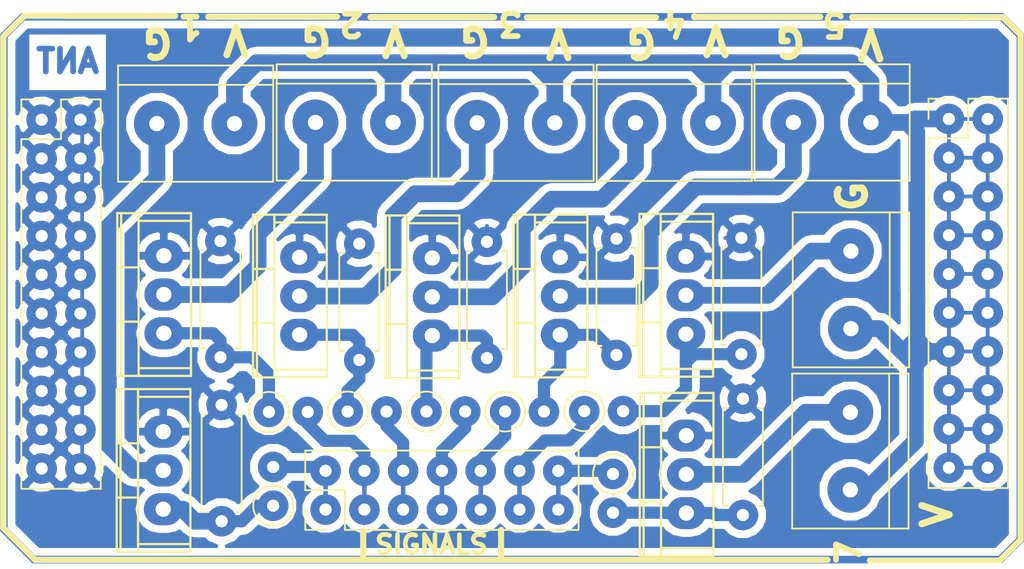
<source format=kicad_pcb>
(kicad_pcb (version 4) (host pcbnew 4.0.7-e2-6376~61~ubuntu18.04.1)

  (general
    (links 94)
    (no_connects 0)
    (area 56.625618 76.1841 133.340982 116.818282)
    (thickness 1.6)
    (drawings 43)
    (tracks 241)
    (zones 0)
    (modules 31)
    (nets 24)
  )

  (page A4)
  (layers
    (0 F.Cu signal)
    (31 B.Cu signal)
    (32 B.Adhes user)
    (33 F.Adhes user)
    (34 B.Paste user)
    (35 F.Paste user)
    (36 B.SilkS user)
    (37 F.SilkS user)
    (38 B.Mask user)
    (39 F.Mask user)
    (40 Dwgs.User user)
    (41 Cmts.User user)
    (42 Eco1.User user)
    (43 Eco2.User user)
    (44 Edge.Cuts user)
    (45 Margin user)
    (46 B.CrtYd user)
    (47 F.CrtYd user)
    (48 B.Fab user)
    (49 F.Fab user)
  )

  (setup
    (last_trace_width 0.5)
    (user_trace_width 0.3)
    (user_trace_width 0.5)
    (user_trace_width 0.8)
    (user_trace_width 1)
    (user_trace_width 1.1)
    (trace_clearance 0.2)
    (zone_clearance 0.508)
    (zone_45_only yes)
    (trace_min 0.2)
    (segment_width 0.4)
    (edge_width 0.15)
    (via_size 0.6)
    (via_drill 0.4)
    (via_min_size 0.4)
    (via_min_drill 0.3)
    (user_via 2 0.8)
    (uvia_size 0.3)
    (uvia_drill 0.1)
    (uvias_allowed no)
    (uvia_min_size 0.2)
    (uvia_min_drill 0.1)
    (pcb_text_width 0.3)
    (pcb_text_size 1.5 1.5)
    (mod_edge_width 0.15)
    (mod_text_size 1 1)
    (mod_text_width 0.15)
    (pad_size 2 2)
    (pad_drill 0.8)
    (pad_to_mask_clearance 0.2)
    (aux_axis_origin 0 0)
    (visible_elements FFFFFF7F)
    (pcbplotparams
      (layerselection 0x00030_80000001)
      (usegerberextensions false)
      (excludeedgelayer true)
      (linewidth 0.100000)
      (plotframeref false)
      (viasonmask false)
      (mode 1)
      (useauxorigin false)
      (hpglpennumber 1)
      (hpglpenspeed 20)
      (hpglpendiameter 15)
      (hpglpenoverlay 2)
      (psnegative false)
      (psa4output false)
      (plotreference true)
      (plotvalue true)
      (plotinvisibletext false)
      (padsonsilk false)
      (subtractmaskfromsilk false)
      (outputformat 1)
      (mirror false)
      (drillshape 0)
      (scaleselection 1)
      (outputdirectory ./back))
  )

  (net 0 "")
  (net 1 "Net-(J1-Pad1)")
  (net 2 "Net-(J1-Pad3)")
  (net 3 "Net-(J1-Pad5)")
  (net 4 "Net-(J1-Pad7)")
  (net 5 "Net-(J1-Pad10)")
  (net 6 "Net-(J1-Pad11)")
  (net 7 "Net-(J1-Pad13)")
  (net 8 +12V)
  (net 9 "Net-(J2-Pad2)")
  (net 10 "Net-(J3-Pad2)")
  (net 11 "Net-(J4-Pad2)")
  (net 12 "Net-(J5-Pad2)")
  (net 13 "Net-(J6-Pad2)")
  (net 14 "Net-(J7-Pad2)")
  (net 15 "Net-(J8-Pad2)")
  (net 16 GND)
  (net 17 "Net-(Q3-Pad1)")
  (net 18 "Net-(Q1-Pad1)")
  (net 19 "Net-(Q2-Pad1)")
  (net 20 "Net-(Q4-Pad1)")
  (net 21 "Net-(Q5-Pad1)")
  (net 22 "Net-(Q6-Pad1)")
  (net 23 "Net-(Q7-Pad1)")

  (net_class Default "This is the default net class."
    (clearance 0.2)
    (trace_width 0.25)
    (via_dia 0.6)
    (via_drill 0.4)
    (uvia_dia 0.3)
    (uvia_drill 0.1)
    (add_net +12V)
    (add_net GND)
    (add_net "Net-(J1-Pad1)")
    (add_net "Net-(J1-Pad10)")
    (add_net "Net-(J1-Pad11)")
    (add_net "Net-(J1-Pad13)")
    (add_net "Net-(J1-Pad3)")
    (add_net "Net-(J1-Pad5)")
    (add_net "Net-(J1-Pad7)")
    (add_net "Net-(J2-Pad2)")
    (add_net "Net-(J3-Pad2)")
    (add_net "Net-(J4-Pad2)")
    (add_net "Net-(J5-Pad2)")
    (add_net "Net-(J6-Pad2)")
    (add_net "Net-(J7-Pad2)")
    (add_net "Net-(J8-Pad2)")
    (add_net "Net-(Q1-Pad1)")
    (add_net "Net-(Q2-Pad1)")
    (add_net "Net-(Q3-Pad1)")
    (add_net "Net-(Q4-Pad1)")
    (add_net "Net-(Q5-Pad1)")
    (add_net "Net-(Q6-Pad1)")
    (add_net "Net-(Q7-Pad1)")
  )

  (module modFiles:Voltage_Regulators (layer F.Cu) (tedit 5B375860) (tstamp 5B37421D)
    (at 71.9709 106.8705 90)
    (descr "Non Isolated JEDEC TO-220 Package")
    (tags "Power Integration YN Package")
    (path /5B374175)
    (fp_text reference Q1 (at 0 -4.318 90) (layer F.SilkS) hide
      (effects (font (size 1 1) (thickness 0.15)))
    )
    (fp_text value IRF540N (at 0 -4.318 90) (layer F.Fab) hide
      (effects (font (size 1 1) (thickness 0.15)))
    )
    (fp_line (start 4.826 -1.651) (end 4.826 1.778) (layer F.SilkS) (width 0.15))
    (fp_line (start -4.826 -1.651) (end -4.826 1.778) (layer F.SilkS) (width 0.15))
    (fp_line (start 5.334 -2.794) (end -5.334 -2.794) (layer F.SilkS) (width 0.15))
    (fp_line (start 1.778 -1.778) (end 1.778 -3.048) (layer F.SilkS) (width 0.15))
    (fp_line (start -1.778 -1.778) (end -1.778 -3.048) (layer F.SilkS) (width 0.15))
    (fp_line (start -5.334 -1.651) (end 5.334 -1.651) (layer F.SilkS) (width 0.15))
    (fp_line (start 5.334 1.778) (end -5.334 1.778) (layer F.SilkS) (width 0.15))
    (fp_line (start -5.334 -3.048) (end -5.334 1.778) (layer F.SilkS) (width 0.15))
    (fp_line (start 5.334 -3.048) (end 5.334 1.778) (layer F.SilkS) (width 0.15))
    (fp_line (start 5.334 -3.048) (end -5.334 -3.048) (layer F.SilkS) (width 0.15))
    (pad 2 thru_hole oval (at 0 0 90) (size 2.1 2.54) (drill 1) (layers *.Cu *.Mask)
      (net 15 "Net-(J8-Pad2)"))
    (pad 3 thru_hole oval (at 2.54 0 90) (size 2.1 2.54) (drill 1) (layers *.Cu *.Mask)
      (net 16 GND))
    (pad 1 thru_hole oval (at -2.54 0 90) (size 2.1 2.54) (drill 1) (layers *.Cu *.Mask)
      (net 18 "Net-(Q1-Pad1)"))
    (model _3D/Used/to220-2_5770.wrl
      (at (xyz 0 0 0))
      (scale (xyz 1 1 1))
      (rotate (xyz 0 0 0))
    )
  )

  (module modFiles:Connector_Bornier_2 (layer F.Cu) (tedit 5B3758C8) (tstamp 5B3741F2)
    (at 117.0051 97.5741 90)
    (descr "Bornier d'alimentation 2 pins")
    (tags DEV)
    (path /5B3751F4)
    (fp_text reference J2 (at 2.54 -5.08 90) (layer F.SilkS) hide
      (effects (font (size 1 1) (thickness 0.15)))
    )
    (fp_text value Conn_01x02 (at 2.54 5.08 90) (layer F.Fab) hide
      (effects (font (size 1 1) (thickness 0.15)))
    )
    (fp_line (start -2.41 2.55) (end 7.49 2.55) (layer F.Fab) (width 0.1))
    (fp_line (start -2.46 -3.75) (end -2.46 3.75) (layer F.Fab) (width 0.1))
    (fp_line (start -2.46 3.75) (end 7.54 3.75) (layer F.Fab) (width 0.1))
    (fp_line (start 7.54 3.75) (end 7.54 -3.75) (layer F.Fab) (width 0.1))
    (fp_line (start 7.54 -3.75) (end -2.46 -3.75) (layer F.Fab) (width 0.1))
    (fp_line (start 7.62 2.54) (end -2.54 2.54) (layer F.SilkS) (width 0.12))
    (fp_line (start 7.62 3.81) (end 7.62 -3.81) (layer F.SilkS) (width 0.12))
    (fp_line (start 7.62 -3.81) (end -2.54 -3.81) (layer F.SilkS) (width 0.12))
    (fp_line (start -2.54 -3.81) (end -2.54 3.81) (layer F.SilkS) (width 0.12))
    (fp_line (start -2.54 3.81) (end 7.62 3.81) (layer F.SilkS) (width 0.12))
    (fp_line (start -2.71 -4) (end 7.79 -4) (layer F.CrtYd) (width 0.05))
    (fp_line (start -2.71 -4) (end -2.71 4) (layer F.CrtYd) (width 0.05))
    (fp_line (start 7.79 4) (end 7.79 -4) (layer F.CrtYd) (width 0.05))
    (fp_line (start 7.79 4) (end -2.71 4) (layer F.CrtYd) (width 0.05))
    (pad 1 thru_hole circle (at 0 0 90) (size 3 3) (drill 1) (layers *.Cu *.Mask)
      (net 8 +12V))
    (pad 2 thru_hole circle (at 5.08 0 90) (size 3 3) (drill 1) (layers *.Cu *.Mask)
      (net 9 "Net-(J2-Pad2)"))
    (model _3D/Used/Pheonix_MKDS1.5-2pol.wrl
      (at (xyz 0.1 0 0))
      (scale (xyz 1 1 1))
      (rotate (xyz 0 0 0))
    )
  )

  (module Pin_Headers:Pin_Header_Straight_2x07_Pitch2.54mm (layer F.Cu) (tedit 5B375CD7) (tstamp 5B3741EC)
    (at 82.6008 109.4359 90)
    (descr "Through hole straight pin header, 2x07, 2.54mm pitch, double rows")
    (tags "Through hole pin header THT 2x07 2.54mm double row")
    (path /5B3766BF)
    (fp_text reference J1 (at 1.27 -2.33 90) (layer F.SilkS) hide
      (effects (font (size 1 1) (thickness 0.15)))
    )
    (fp_text value Conn_02x07_Odd_Even (at 1.27 17.57 90) (layer F.Fab) hide
      (effects (font (size 1 1) (thickness 0.15)))
    )
    (fp_line (start 0 -1.27) (end 3.81 -1.27) (layer F.Fab) (width 0.1))
    (fp_line (start 3.81 -1.27) (end 3.81 16.51) (layer F.Fab) (width 0.1))
    (fp_line (start 3.81 16.51) (end -1.27 16.51) (layer F.Fab) (width 0.1))
    (fp_line (start -1.27 16.51) (end -1.27 0) (layer F.Fab) (width 0.1))
    (fp_line (start -1.27 0) (end 0 -1.27) (layer F.Fab) (width 0.1))
    (fp_line (start -1.33 16.57) (end 3.87 16.57) (layer F.SilkS) (width 0.12))
    (fp_line (start -1.33 1.27) (end -1.33 16.57) (layer F.SilkS) (width 0.12))
    (fp_line (start 3.87 -1.33) (end 3.87 16.57) (layer F.SilkS) (width 0.12))
    (fp_line (start -1.33 1.27) (end 1.27 1.27) (layer F.SilkS) (width 0.12))
    (fp_line (start 1.27 1.27) (end 1.27 -1.33) (layer F.SilkS) (width 0.12))
    (fp_line (start 1.27 -1.33) (end 3.87 -1.33) (layer F.SilkS) (width 0.12))
    (fp_line (start -1.33 0) (end -1.33 -1.33) (layer F.SilkS) (width 0.12))
    (fp_line (start -1.33 -1.33) (end 0 -1.33) (layer F.SilkS) (width 0.12))
    (fp_line (start -1.8 -1.8) (end -1.8 17.05) (layer F.CrtYd) (width 0.05))
    (fp_line (start -1.8 17.05) (end 4.35 17.05) (layer F.CrtYd) (width 0.05))
    (fp_line (start 4.35 17.05) (end 4.35 -1.8) (layer F.CrtYd) (width 0.05))
    (fp_line (start 4.35 -1.8) (end -1.8 -1.8) (layer F.CrtYd) (width 0.05))
    (fp_text user %R (at 1.27 7.62 180) (layer F.Fab) hide
      (effects (font (size 1 1) (thickness 0.15)))
    )
    (pad 1 thru_hole circle (at 0 0 90) (size 2 2) (drill 0.8) (layers *.Cu *.Mask)
      (net 1 "Net-(J1-Pad1)"))
    (pad 2 thru_hole circle (at 2.54 0 90) (size 2 2) (drill 0.8) (layers *.Cu *.Mask)
      (net 1 "Net-(J1-Pad1)"))
    (pad 3 thru_hole circle (at 0 2.54 90) (size 2 2) (drill 0.8) (layers *.Cu *.Mask)
      (net 2 "Net-(J1-Pad3)"))
    (pad 4 thru_hole circle (at 2.54 2.54 90) (size 2 2) (drill 0.8) (layers *.Cu *.Mask)
      (net 2 "Net-(J1-Pad3)"))
    (pad 5 thru_hole circle (at 0 5.08 90) (size 2 2) (drill 0.8) (layers *.Cu *.Mask)
      (net 3 "Net-(J1-Pad5)"))
    (pad 6 thru_hole circle (at 2.54 5.08 90) (size 2 2) (drill 0.8) (layers *.Cu *.Mask)
      (net 3 "Net-(J1-Pad5)"))
    (pad 7 thru_hole circle (at 0 7.62 90) (size 2 2) (drill 0.8) (layers *.Cu *.Mask)
      (net 4 "Net-(J1-Pad7)"))
    (pad 8 thru_hole circle (at 2.54 7.62 90) (size 2 2) (drill 0.8) (layers *.Cu *.Mask)
      (net 4 "Net-(J1-Pad7)"))
    (pad 9 thru_hole circle (at 0 10.16 90) (size 2 2) (drill 0.8) (layers *.Cu *.Mask)
      (net 5 "Net-(J1-Pad10)"))
    (pad 10 thru_hole circle (at 2.54 10.16 90) (size 2 2) (drill 0.8) (layers *.Cu *.Mask)
      (net 5 "Net-(J1-Pad10)"))
    (pad 11 thru_hole circle (at 0 12.7 90) (size 2 2) (drill 0.8) (layers *.Cu *.Mask)
      (net 6 "Net-(J1-Pad11)"))
    (pad 12 thru_hole circle (at 2.54 12.7 90) (size 2 2) (drill 0.8) (layers *.Cu *.Mask)
      (net 6 "Net-(J1-Pad11)"))
    (pad 13 thru_hole circle (at 0 15.24 90) (size 2 2) (drill 0.8) (layers *.Cu *.Mask)
      (net 7 "Net-(J1-Pad13)"))
    (pad 14 thru_hole circle (at 2.54 15.24 90) (size 2 2) (drill 0.8) (layers *.Cu *.Mask)
      (net 7 "Net-(J1-Pad13)"))
    (model ${KISYS3DMOD}/Pin_Headers.3dshapes/Pin_Header_Straight_2x07_Pitch2.54mm.wrl
      (at (xyz 0.1 0 -0.07000000000000001))
      (scale (xyz 1 1 1))
      (rotate (xyz 0 180 0))
    )
  )

  (module modFiles:Connector_Bornier_2 (layer F.Cu) (tedit 5B3758C1) (tstamp 5B3741F8)
    (at 116.967 108.1405 90)
    (descr "Bornier d'alimentation 2 pins")
    (tags DEV)
    (path /5B37529E)
    (fp_text reference J3 (at 2.54 -5.08 90) (layer F.SilkS) hide
      (effects (font (size 1 1) (thickness 0.15)))
    )
    (fp_text value Conn_01x02 (at 2.54 5.08 90) (layer F.Fab) hide
      (effects (font (size 1 1) (thickness 0.15)))
    )
    (fp_line (start -2.41 2.55) (end 7.49 2.55) (layer F.Fab) (width 0.1))
    (fp_line (start -2.46 -3.75) (end -2.46 3.75) (layer F.Fab) (width 0.1))
    (fp_line (start -2.46 3.75) (end 7.54 3.75) (layer F.Fab) (width 0.1))
    (fp_line (start 7.54 3.75) (end 7.54 -3.75) (layer F.Fab) (width 0.1))
    (fp_line (start 7.54 -3.75) (end -2.46 -3.75) (layer F.Fab) (width 0.1))
    (fp_line (start 7.62 2.54) (end -2.54 2.54) (layer F.SilkS) (width 0.12))
    (fp_line (start 7.62 3.81) (end 7.62 -3.81) (layer F.SilkS) (width 0.12))
    (fp_line (start 7.62 -3.81) (end -2.54 -3.81) (layer F.SilkS) (width 0.12))
    (fp_line (start -2.54 -3.81) (end -2.54 3.81) (layer F.SilkS) (width 0.12))
    (fp_line (start -2.54 3.81) (end 7.62 3.81) (layer F.SilkS) (width 0.12))
    (fp_line (start -2.71 -4) (end 7.79 -4) (layer F.CrtYd) (width 0.05))
    (fp_line (start -2.71 -4) (end -2.71 4) (layer F.CrtYd) (width 0.05))
    (fp_line (start 7.79 4) (end 7.79 -4) (layer F.CrtYd) (width 0.05))
    (fp_line (start 7.79 4) (end -2.71 4) (layer F.CrtYd) (width 0.05))
    (pad 1 thru_hole circle (at 0 0 90) (size 3 3) (drill 1) (layers *.Cu *.Mask)
      (net 8 +12V))
    (pad 2 thru_hole circle (at 5.08 0 90) (size 3 3) (drill 1) (layers *.Cu *.Mask)
      (net 10 "Net-(J3-Pad2)"))
    (model _3D/Used/Pheonix_MKDS1.5-2pol.wrl
      (at (xyz 0.1 0 0))
      (scale (xyz 1 1 1))
      (rotate (xyz 0 0 0))
    )
  )

  (module modFiles:Connector_Bornier_2 (layer F.Cu) (tedit 5B37587C) (tstamp 5B3741FE)
    (at 87.0204 84.0613 180)
    (descr "Bornier d'alimentation 2 pins")
    (tags DEV)
    (path /5B374FBE)
    (fp_text reference J4 (at 2.54 -5.08 180) (layer F.SilkS) hide
      (effects (font (size 1 1) (thickness 0.15)))
    )
    (fp_text value Conn_01x02 (at 2.54 5.08 180) (layer F.Fab) hide
      (effects (font (size 1 1) (thickness 0.15)))
    )
    (fp_line (start -2.41 2.55) (end 7.49 2.55) (layer F.Fab) (width 0.1))
    (fp_line (start -2.46 -3.75) (end -2.46 3.75) (layer F.Fab) (width 0.1))
    (fp_line (start -2.46 3.75) (end 7.54 3.75) (layer F.Fab) (width 0.1))
    (fp_line (start 7.54 3.75) (end 7.54 -3.75) (layer F.Fab) (width 0.1))
    (fp_line (start 7.54 -3.75) (end -2.46 -3.75) (layer F.Fab) (width 0.1))
    (fp_line (start 7.62 2.54) (end -2.54 2.54) (layer F.SilkS) (width 0.12))
    (fp_line (start 7.62 3.81) (end 7.62 -3.81) (layer F.SilkS) (width 0.12))
    (fp_line (start 7.62 -3.81) (end -2.54 -3.81) (layer F.SilkS) (width 0.12))
    (fp_line (start -2.54 -3.81) (end -2.54 3.81) (layer F.SilkS) (width 0.12))
    (fp_line (start -2.54 3.81) (end 7.62 3.81) (layer F.SilkS) (width 0.12))
    (fp_line (start -2.71 -4) (end 7.79 -4) (layer F.CrtYd) (width 0.05))
    (fp_line (start -2.71 -4) (end -2.71 4) (layer F.CrtYd) (width 0.05))
    (fp_line (start 7.79 4) (end 7.79 -4) (layer F.CrtYd) (width 0.05))
    (fp_line (start 7.79 4) (end -2.71 4) (layer F.CrtYd) (width 0.05))
    (pad 1 thru_hole circle (at 0 0 180) (size 3 3) (drill 1) (layers *.Cu *.Mask)
      (net 8 +12V))
    (pad 2 thru_hole circle (at 5.08 0 180) (size 3 3) (drill 1) (layers *.Cu *.Mask)
      (net 11 "Net-(J4-Pad2)"))
    (model _3D/Used/Pheonix_MKDS1.5-2pol.wrl
      (at (xyz 0.1 0 0))
      (scale (xyz 1 1 1))
      (rotate (xyz 0 0 0))
    )
  )

  (module modFiles:Connector_Bornier_2 (layer F.Cu) (tedit 5B375895) (tstamp 5B374204)
    (at 97.6122 84.0867 180)
    (descr "Bornier d'alimentation 2 pins")
    (tags DEV)
    (path /5B37508E)
    (fp_text reference J5 (at 2.54 -5.08 180) (layer F.SilkS) hide
      (effects (font (size 1 1) (thickness 0.15)))
    )
    (fp_text value Conn_01x02 (at 2.54 5.08 180) (layer F.Fab) hide
      (effects (font (size 1 1) (thickness 0.15)))
    )
    (fp_line (start -2.41 2.55) (end 7.49 2.55) (layer F.Fab) (width 0.1))
    (fp_line (start -2.46 -3.75) (end -2.46 3.75) (layer F.Fab) (width 0.1))
    (fp_line (start -2.46 3.75) (end 7.54 3.75) (layer F.Fab) (width 0.1))
    (fp_line (start 7.54 3.75) (end 7.54 -3.75) (layer F.Fab) (width 0.1))
    (fp_line (start 7.54 -3.75) (end -2.46 -3.75) (layer F.Fab) (width 0.1))
    (fp_line (start 7.62 2.54) (end -2.54 2.54) (layer F.SilkS) (width 0.12))
    (fp_line (start 7.62 3.81) (end 7.62 -3.81) (layer F.SilkS) (width 0.12))
    (fp_line (start 7.62 -3.81) (end -2.54 -3.81) (layer F.SilkS) (width 0.12))
    (fp_line (start -2.54 -3.81) (end -2.54 3.81) (layer F.SilkS) (width 0.12))
    (fp_line (start -2.54 3.81) (end 7.62 3.81) (layer F.SilkS) (width 0.12))
    (fp_line (start -2.71 -4) (end 7.79 -4) (layer F.CrtYd) (width 0.05))
    (fp_line (start -2.71 -4) (end -2.71 4) (layer F.CrtYd) (width 0.05))
    (fp_line (start 7.79 4) (end 7.79 -4) (layer F.CrtYd) (width 0.05))
    (fp_line (start 7.79 4) (end -2.71 4) (layer F.CrtYd) (width 0.05))
    (pad 1 thru_hole circle (at 0 0 180) (size 3 3) (drill 1) (layers *.Cu *.Mask)
      (net 8 +12V))
    (pad 2 thru_hole circle (at 5.08 0 180) (size 3 3) (drill 1) (layers *.Cu *.Mask)
      (net 12 "Net-(J5-Pad2)"))
    (model _3D/Used/Pheonix_MKDS1.5-2pol.wrl
      (at (xyz 0.1 0 0))
      (scale (xyz 1 1 1))
      (rotate (xyz 0 0 0))
    )
  )

  (module modFiles:Connector_Bornier_2 (layer F.Cu) (tedit 5B375DAA) (tstamp 5B37420A)
    (at 107.9754 84.0867 180)
    (descr "Bornier d'alimentation 2 pins")
    (tags DEV)
    (path /5B37510A)
    (fp_text reference J6 (at 2.54 -5.08 180) (layer F.SilkS) hide
      (effects (font (size 1 1) (thickness 0.15)))
    )
    (fp_text value Conn_01x02 (at 2.54 5.08 180) (layer F.Fab) hide
      (effects (font (size 1 1) (thickness 0.15)))
    )
    (fp_line (start -2.41 2.55) (end 7.49 2.55) (layer F.Fab) (width 0.1))
    (fp_line (start -2.46 -3.75) (end -2.46 3.75) (layer F.Fab) (width 0.1))
    (fp_line (start -2.46 3.75) (end 7.54 3.75) (layer F.Fab) (width 0.1))
    (fp_line (start 7.54 3.75) (end 7.54 -3.75) (layer F.Fab) (width 0.1))
    (fp_line (start 7.54 -3.75) (end -2.46 -3.75) (layer F.Fab) (width 0.1))
    (fp_line (start 7.62 2.54) (end -2.54 2.54) (layer F.SilkS) (width 0.12))
    (fp_line (start 7.62 3.81) (end 7.62 -3.81) (layer F.SilkS) (width 0.12))
    (fp_line (start 7.62 -3.81) (end -2.54 -3.81) (layer F.SilkS) (width 0.12))
    (fp_line (start -2.54 -3.81) (end -2.54 3.81) (layer F.SilkS) (width 0.12))
    (fp_line (start -2.54 3.81) (end 7.62 3.81) (layer F.SilkS) (width 0.12))
    (fp_line (start -2.71 -4) (end 7.79 -4) (layer F.CrtYd) (width 0.05))
    (fp_line (start -2.71 -4) (end -2.71 4) (layer F.CrtYd) (width 0.05))
    (fp_line (start 7.79 4) (end 7.79 -4) (layer F.CrtYd) (width 0.05))
    (fp_line (start 7.79 4) (end -2.71 4) (layer F.CrtYd) (width 0.05))
    (pad 1 thru_hole circle (at 0 0 180) (size 3 3) (drill 1) (layers *.Cu *.Mask)
      (net 8 +12V))
    (pad 2 thru_hole circle (at 5.08 0 180) (size 3 3) (drill 1) (layers *.Cu *.Mask)
      (net 13 "Net-(J6-Pad2)"))
    (model _3D/Used/Pheonix_MKDS1.5-2pol.wrl
      (at (xyz 0.1 0 0))
      (scale (xyz 1 1 1))
      (rotate (xyz 0 0 0))
    )
  )

  (module modFiles:Connector_Bornier_2 (layer F.Cu) (tedit 5B3758C5) (tstamp 5B374210)
    (at 118.3132 84.0613 180)
    (descr "Bornier d'alimentation 2 pins")
    (tags DEV)
    (path /5B37518C)
    (fp_text reference J7 (at 2.54 -5.08 180) (layer F.SilkS) hide
      (effects (font (size 1 1) (thickness 0.15)))
    )
    (fp_text value Conn_01x02 (at 2.54 5.08 180) (layer F.Fab) hide
      (effects (font (size 1 1) (thickness 0.15)))
    )
    (fp_line (start -2.41 2.55) (end 7.49 2.55) (layer F.Fab) (width 0.1))
    (fp_line (start -2.46 -3.75) (end -2.46 3.75) (layer F.Fab) (width 0.1))
    (fp_line (start -2.46 3.75) (end 7.54 3.75) (layer F.Fab) (width 0.1))
    (fp_line (start 7.54 3.75) (end 7.54 -3.75) (layer F.Fab) (width 0.1))
    (fp_line (start 7.54 -3.75) (end -2.46 -3.75) (layer F.Fab) (width 0.1))
    (fp_line (start 7.62 2.54) (end -2.54 2.54) (layer F.SilkS) (width 0.12))
    (fp_line (start 7.62 3.81) (end 7.62 -3.81) (layer F.SilkS) (width 0.12))
    (fp_line (start 7.62 -3.81) (end -2.54 -3.81) (layer F.SilkS) (width 0.12))
    (fp_line (start -2.54 -3.81) (end -2.54 3.81) (layer F.SilkS) (width 0.12))
    (fp_line (start -2.54 3.81) (end 7.62 3.81) (layer F.SilkS) (width 0.12))
    (fp_line (start -2.71 -4) (end 7.79 -4) (layer F.CrtYd) (width 0.05))
    (fp_line (start -2.71 -4) (end -2.71 4) (layer F.CrtYd) (width 0.05))
    (fp_line (start 7.79 4) (end 7.79 -4) (layer F.CrtYd) (width 0.05))
    (fp_line (start 7.79 4) (end -2.71 4) (layer F.CrtYd) (width 0.05))
    (pad 1 thru_hole circle (at 0 0 180) (size 3 3) (drill 1) (layers *.Cu *.Mask)
      (net 8 +12V))
    (pad 2 thru_hole circle (at 5.08 0 180) (size 3 3) (drill 1) (layers *.Cu *.Mask)
      (net 14 "Net-(J7-Pad2)"))
    (model _3D/Used/Pheonix_MKDS1.5-2pol.wrl
      (at (xyz 0.1 0 0))
      (scale (xyz 1 1 1))
      (rotate (xyz 0 0 0))
    )
  )

  (module modFiles:Connector_Bornier_2 (layer F.Cu) (tedit 5B375852) (tstamp 5B374216)
    (at 76.6318 84.1375 180)
    (descr "Bornier d'alimentation 2 pins")
    (tags DEV)
    (path /5B374E95)
    (fp_text reference J8 (at 2.54 -5.08 180) (layer F.SilkS) hide
      (effects (font (size 1 1) (thickness 0.15)))
    )
    (fp_text value Conn_01x02 (at 2.54 5.08 180) (layer F.Fab) hide
      (effects (font (size 1 1) (thickness 0.15)))
    )
    (fp_line (start -2.41 2.55) (end 7.49 2.55) (layer F.Fab) (width 0.1))
    (fp_line (start -2.46 -3.75) (end -2.46 3.75) (layer F.Fab) (width 0.1))
    (fp_line (start -2.46 3.75) (end 7.54 3.75) (layer F.Fab) (width 0.1))
    (fp_line (start 7.54 3.75) (end 7.54 -3.75) (layer F.Fab) (width 0.1))
    (fp_line (start 7.54 -3.75) (end -2.46 -3.75) (layer F.Fab) (width 0.1))
    (fp_line (start 7.62 2.54) (end -2.54 2.54) (layer F.SilkS) (width 0.12))
    (fp_line (start 7.62 3.81) (end 7.62 -3.81) (layer F.SilkS) (width 0.12))
    (fp_line (start 7.62 -3.81) (end -2.54 -3.81) (layer F.SilkS) (width 0.12))
    (fp_line (start -2.54 -3.81) (end -2.54 3.81) (layer F.SilkS) (width 0.12))
    (fp_line (start -2.54 3.81) (end 7.62 3.81) (layer F.SilkS) (width 0.12))
    (fp_line (start -2.71 -4) (end 7.79 -4) (layer F.CrtYd) (width 0.05))
    (fp_line (start -2.71 -4) (end -2.71 4) (layer F.CrtYd) (width 0.05))
    (fp_line (start 7.79 4) (end 7.79 -4) (layer F.CrtYd) (width 0.05))
    (fp_line (start 7.79 4) (end -2.71 4) (layer F.CrtYd) (width 0.05))
    (pad 1 thru_hole circle (at 0 0 180) (size 3 3) (drill 1) (layers *.Cu *.Mask)
      (net 8 +12V))
    (pad 2 thru_hole circle (at 5.08 0 180) (size 3 3) (drill 1) (layers *.Cu *.Mask)
      (net 15 "Net-(J8-Pad2)"))
    (model _3D/Used/Pheonix_MKDS1.5-2pol.wrl
      (at (xyz 0.1 0 0))
      (scale (xyz 1 1 1))
      (rotate (xyz 0 0 0))
    )
  )

  (module modFiles:Voltage_Regulators (layer F.Cu) (tedit 5B37584E) (tstamp 5B374224)
    (at 72.009 95.3389 90)
    (descr "Non Isolated JEDEC TO-220 Package")
    (tags "Power Integration YN Package")
    (path /5B37417B)
    (fp_text reference Q2 (at 0 -4.318 90) (layer F.SilkS) hide
      (effects (font (size 1 1) (thickness 0.15)))
    )
    (fp_text value IRF540N (at 0 -4.318 90) (layer F.Fab) hide
      (effects (font (size 1 1) (thickness 0.15)))
    )
    (fp_line (start 4.826 -1.651) (end 4.826 1.778) (layer F.SilkS) (width 0.15))
    (fp_line (start -4.826 -1.651) (end -4.826 1.778) (layer F.SilkS) (width 0.15))
    (fp_line (start 5.334 -2.794) (end -5.334 -2.794) (layer F.SilkS) (width 0.15))
    (fp_line (start 1.778 -1.778) (end 1.778 -3.048) (layer F.SilkS) (width 0.15))
    (fp_line (start -1.778 -1.778) (end -1.778 -3.048) (layer F.SilkS) (width 0.15))
    (fp_line (start -5.334 -1.651) (end 5.334 -1.651) (layer F.SilkS) (width 0.15))
    (fp_line (start 5.334 1.778) (end -5.334 1.778) (layer F.SilkS) (width 0.15))
    (fp_line (start -5.334 -3.048) (end -5.334 1.778) (layer F.SilkS) (width 0.15))
    (fp_line (start 5.334 -3.048) (end 5.334 1.778) (layer F.SilkS) (width 0.15))
    (fp_line (start 5.334 -3.048) (end -5.334 -3.048) (layer F.SilkS) (width 0.15))
    (pad 2 thru_hole oval (at 0 0 90) (size 2.1 2.54) (drill 1) (layers *.Cu *.Mask)
      (net 11 "Net-(J4-Pad2)"))
    (pad 3 thru_hole oval (at 2.54 0 90) (size 2.1 2.54) (drill 1) (layers *.Cu *.Mask)
      (net 16 GND))
    (pad 1 thru_hole oval (at -2.54 0 90) (size 2.1 2.54) (drill 1) (layers *.Cu *.Mask)
      (net 19 "Net-(Q2-Pad1)"))
    (model _3D/Used/to220-2_5770.wrl
      (at (xyz 0 0 0))
      (scale (xyz 1 1 1))
      (rotate (xyz 0 0 0))
    )
  )

  (module modFiles:Voltage_Regulators (layer F.Cu) (tedit 5B37585B) (tstamp 5B37422B)
    (at 80.899 95.4405 90)
    (descr "Non Isolated JEDEC TO-220 Package")
    (tags "Power Integration YN Package")
    (path /5B373F5F)
    (fp_text reference Q3 (at 0 -4.318 90) (layer F.SilkS) hide
      (effects (font (size 1 1) (thickness 0.15)))
    )
    (fp_text value IRF540N (at 0 -4.318 90) (layer F.Fab) hide
      (effects (font (size 1 1) (thickness 0.15)))
    )
    (fp_line (start 4.826 -1.651) (end 4.826 1.778) (layer F.SilkS) (width 0.15))
    (fp_line (start -4.826 -1.651) (end -4.826 1.778) (layer F.SilkS) (width 0.15))
    (fp_line (start 5.334 -2.794) (end -5.334 -2.794) (layer F.SilkS) (width 0.15))
    (fp_line (start 1.778 -1.778) (end 1.778 -3.048) (layer F.SilkS) (width 0.15))
    (fp_line (start -1.778 -1.778) (end -1.778 -3.048) (layer F.SilkS) (width 0.15))
    (fp_line (start -5.334 -1.651) (end 5.334 -1.651) (layer F.SilkS) (width 0.15))
    (fp_line (start 5.334 1.778) (end -5.334 1.778) (layer F.SilkS) (width 0.15))
    (fp_line (start -5.334 -3.048) (end -5.334 1.778) (layer F.SilkS) (width 0.15))
    (fp_line (start 5.334 -3.048) (end 5.334 1.778) (layer F.SilkS) (width 0.15))
    (fp_line (start 5.334 -3.048) (end -5.334 -3.048) (layer F.SilkS) (width 0.15))
    (pad 2 thru_hole oval (at 0 0 90) (size 2.1 2.54) (drill 1) (layers *.Cu *.Mask)
      (net 12 "Net-(J5-Pad2)"))
    (pad 3 thru_hole oval (at 2.54 0 90) (size 2.1 2.54) (drill 1) (layers *.Cu *.Mask)
      (net 16 GND))
    (pad 1 thru_hole oval (at -2.54 0 90) (size 2.1 2.54) (drill 1) (layers *.Cu *.Mask)
      (net 17 "Net-(Q3-Pad1)"))
    (model _3D/Used/to220-2_5770.wrl
      (at (xyz 0 0 0))
      (scale (xyz 1 1 1))
      (rotate (xyz 0 0 0))
    )
  )

  (module modFiles:Voltage_Regulators (layer F.Cu) (tedit 5B375880) (tstamp 5B374232)
    (at 89.5858 95.4913 90)
    (descr "Non Isolated JEDEC TO-220 Package")
    (tags "Power Integration YN Package")
    (path /5B373FE7)
    (fp_text reference Q4 (at 0 -4.318 90) (layer F.SilkS) hide
      (effects (font (size 1 1) (thickness 0.15)))
    )
    (fp_text value IRF540N (at 0 -4.318 90) (layer F.Fab) hide
      (effects (font (size 1 1) (thickness 0.15)))
    )
    (fp_line (start 4.826 -1.651) (end 4.826 1.778) (layer F.SilkS) (width 0.15))
    (fp_line (start -4.826 -1.651) (end -4.826 1.778) (layer F.SilkS) (width 0.15))
    (fp_line (start 5.334 -2.794) (end -5.334 -2.794) (layer F.SilkS) (width 0.15))
    (fp_line (start 1.778 -1.778) (end 1.778 -3.048) (layer F.SilkS) (width 0.15))
    (fp_line (start -1.778 -1.778) (end -1.778 -3.048) (layer F.SilkS) (width 0.15))
    (fp_line (start -5.334 -1.651) (end 5.334 -1.651) (layer F.SilkS) (width 0.15))
    (fp_line (start 5.334 1.778) (end -5.334 1.778) (layer F.SilkS) (width 0.15))
    (fp_line (start -5.334 -3.048) (end -5.334 1.778) (layer F.SilkS) (width 0.15))
    (fp_line (start 5.334 -3.048) (end 5.334 1.778) (layer F.SilkS) (width 0.15))
    (fp_line (start 5.334 -3.048) (end -5.334 -3.048) (layer F.SilkS) (width 0.15))
    (pad 2 thru_hole oval (at 0 0 90) (size 2.1 2.54) (drill 1) (layers *.Cu *.Mask)
      (net 13 "Net-(J6-Pad2)"))
    (pad 3 thru_hole oval (at 2.54 0 90) (size 2.1 2.54) (drill 1) (layers *.Cu *.Mask)
      (net 16 GND))
    (pad 1 thru_hole oval (at -2.54 0 90) (size 2.1 2.54) (drill 1) (layers *.Cu *.Mask)
      (net 20 "Net-(Q4-Pad1)"))
    (model _3D/Used/to220-2_5770.wrl
      (at (xyz 0 0 0))
      (scale (xyz 1 1 1))
      (rotate (xyz 0 0 0))
    )
  )

  (module modFiles:Voltage_Regulators (layer F.Cu) (tedit 5B375891) (tstamp 5B374239)
    (at 97.9678 95.4405 90)
    (descr "Non Isolated JEDEC TO-220 Package")
    (tags "Power Integration YN Package")
    (path /5B3745D1)
    (fp_text reference Q5 (at 0 -4.318 90) (layer F.SilkS) hide
      (effects (font (size 1 1) (thickness 0.15)))
    )
    (fp_text value IRF540N (at 0 -4.318 90) (layer F.Fab) hide
      (effects (font (size 1 1) (thickness 0.15)))
    )
    (fp_line (start 4.826 -1.651) (end 4.826 1.778) (layer F.SilkS) (width 0.15))
    (fp_line (start -4.826 -1.651) (end -4.826 1.778) (layer F.SilkS) (width 0.15))
    (fp_line (start 5.334 -2.794) (end -5.334 -2.794) (layer F.SilkS) (width 0.15))
    (fp_line (start 1.778 -1.778) (end 1.778 -3.048) (layer F.SilkS) (width 0.15))
    (fp_line (start -1.778 -1.778) (end -1.778 -3.048) (layer F.SilkS) (width 0.15))
    (fp_line (start -5.334 -1.651) (end 5.334 -1.651) (layer F.SilkS) (width 0.15))
    (fp_line (start 5.334 1.778) (end -5.334 1.778) (layer F.SilkS) (width 0.15))
    (fp_line (start -5.334 -3.048) (end -5.334 1.778) (layer F.SilkS) (width 0.15))
    (fp_line (start 5.334 -3.048) (end 5.334 1.778) (layer F.SilkS) (width 0.15))
    (fp_line (start 5.334 -3.048) (end -5.334 -3.048) (layer F.SilkS) (width 0.15))
    (pad 2 thru_hole oval (at 0 0 90) (size 2.1 2.54) (drill 1) (layers *.Cu *.Mask)
      (net 14 "Net-(J7-Pad2)"))
    (pad 3 thru_hole oval (at 2.54 0 90) (size 2.1 2.54) (drill 1) (layers *.Cu *.Mask)
      (net 16 GND))
    (pad 1 thru_hole oval (at -2.54 0 90) (size 2.1 2.54) (drill 1) (layers *.Cu *.Mask)
      (net 21 "Net-(Q5-Pad1)"))
    (model _3D/Used/to220-2_5770.wrl
      (at (xyz 0 0 0))
      (scale (xyz 1 1 1))
      (rotate (xyz 0 0 0))
    )
  )

  (module modFiles:Voltage_Regulators (layer F.Cu) (tedit 5B3758A2) (tstamp 5B374240)
    (at 106.1974 95.3897 90)
    (descr "Non Isolated JEDEC TO-220 Package")
    (tags "Power Integration YN Package")
    (path /5B3745D7)
    (fp_text reference Q6 (at 0 -4.318 90) (layer F.SilkS) hide
      (effects (font (size 1 1) (thickness 0.15)))
    )
    (fp_text value IRF540N (at 0 -4.318 90) (layer F.Fab) hide
      (effects (font (size 1 1) (thickness 0.15)))
    )
    (fp_line (start 4.826 -1.651) (end 4.826 1.778) (layer F.SilkS) (width 0.15))
    (fp_line (start -4.826 -1.651) (end -4.826 1.778) (layer F.SilkS) (width 0.15))
    (fp_line (start 5.334 -2.794) (end -5.334 -2.794) (layer F.SilkS) (width 0.15))
    (fp_line (start 1.778 -1.778) (end 1.778 -3.048) (layer F.SilkS) (width 0.15))
    (fp_line (start -1.778 -1.778) (end -1.778 -3.048) (layer F.SilkS) (width 0.15))
    (fp_line (start -5.334 -1.651) (end 5.334 -1.651) (layer F.SilkS) (width 0.15))
    (fp_line (start 5.334 1.778) (end -5.334 1.778) (layer F.SilkS) (width 0.15))
    (fp_line (start -5.334 -3.048) (end -5.334 1.778) (layer F.SilkS) (width 0.15))
    (fp_line (start 5.334 -3.048) (end 5.334 1.778) (layer F.SilkS) (width 0.15))
    (fp_line (start 5.334 -3.048) (end -5.334 -3.048) (layer F.SilkS) (width 0.15))
    (pad 2 thru_hole oval (at 0 0 90) (size 2.1 2.54) (drill 1) (layers *.Cu *.Mask)
      (net 9 "Net-(J2-Pad2)"))
    (pad 3 thru_hole oval (at 2.54 0 90) (size 2.1 2.54) (drill 1) (layers *.Cu *.Mask)
      (net 16 GND))
    (pad 1 thru_hole oval (at -2.54 0 90) (size 2.1 2.54) (drill 1) (layers *.Cu *.Mask)
      (net 22 "Net-(Q6-Pad1)"))
    (model _3D/Used/to220-2_5770.wrl
      (at (xyz 0 0 0))
      (scale (xyz 1 1 1))
      (rotate (xyz 0 0 0))
    )
  )

  (module modFiles:Voltage_Regulators (layer F.Cu) (tedit 5B3758B5) (tstamp 5B374247)
    (at 106.2228 107.1245 90)
    (descr "Non Isolated JEDEC TO-220 Package")
    (tags "Power Integration YN Package")
    (path /5B3745C5)
    (fp_text reference Q7 (at 0 -4.318 90) (layer F.SilkS) hide
      (effects (font (size 1 1) (thickness 0.15)))
    )
    (fp_text value IRF540N (at 0 -4.318 90) (layer F.Fab) hide
      (effects (font (size 1 1) (thickness 0.15)))
    )
    (fp_line (start 4.826 -1.651) (end 4.826 1.778) (layer F.SilkS) (width 0.15))
    (fp_line (start -4.826 -1.651) (end -4.826 1.778) (layer F.SilkS) (width 0.15))
    (fp_line (start 5.334 -2.794) (end -5.334 -2.794) (layer F.SilkS) (width 0.15))
    (fp_line (start 1.778 -1.778) (end 1.778 -3.048) (layer F.SilkS) (width 0.15))
    (fp_line (start -1.778 -1.778) (end -1.778 -3.048) (layer F.SilkS) (width 0.15))
    (fp_line (start -5.334 -1.651) (end 5.334 -1.651) (layer F.SilkS) (width 0.15))
    (fp_line (start 5.334 1.778) (end -5.334 1.778) (layer F.SilkS) (width 0.15))
    (fp_line (start -5.334 -3.048) (end -5.334 1.778) (layer F.SilkS) (width 0.15))
    (fp_line (start 5.334 -3.048) (end 5.334 1.778) (layer F.SilkS) (width 0.15))
    (fp_line (start 5.334 -3.048) (end -5.334 -3.048) (layer F.SilkS) (width 0.15))
    (pad 2 thru_hole oval (at 0 0 90) (size 2.1 2.54) (drill 1) (layers *.Cu *.Mask)
      (net 10 "Net-(J3-Pad2)"))
    (pad 3 thru_hole oval (at 2.54 0 90) (size 2.1 2.54) (drill 1) (layers *.Cu *.Mask)
      (net 16 GND))
    (pad 1 thru_hole oval (at -2.54 0 90) (size 2.1 2.54) (drill 1) (layers *.Cu *.Mask)
      (net 23 "Net-(Q7-Pad1)"))
    (model _3D/Used/to220-2_5770.wrl
      (at (xyz 0 0 0))
      (scale (xyz 1 1 1))
      (rotate (xyz 0 0 0))
    )
  )

  (module modFiles:Resistor_small (layer F.Cu) (tedit 5B3758AC) (tstamp 5B374900)
    (at 109.8296 99.2505 90)
    (descr "Resistor, Axial_DIN0207 series, Axial, Horizontal, pin pitch=7.62mm, 0.25W = 1/4W, length*diameter=6.3*2.5mm^2, http://cdn-reichelt.de/documents/datenblatt/B400/1_4W%23YAG.pdf")
    (tags "Resistor Axial_DIN0207 series Axial Horizontal pin pitch 7.62mm 0.25W = 1/4W length 6.3mm diameter 2.5mm")
    (path /5B377509)
    (fp_text reference R1 (at 3.81 -2.31 90) (layer F.SilkS) hide
      (effects (font (size 1 1) (thickness 0.15)))
    )
    (fp_text value R (at 3.81 2.31 90) (layer F.Fab) hide
      (effects (font (size 1 1) (thickness 0.15)))
    )
    (fp_line (start 0.66 -1.25) (end 0.66 1.25) (layer F.Fab) (width 0.1))
    (fp_line (start 0.66 1.25) (end 6.96 1.25) (layer F.Fab) (width 0.1))
    (fp_line (start 6.96 1.25) (end 6.96 -1.25) (layer F.Fab) (width 0.1))
    (fp_line (start 6.96 -1.25) (end 0.66 -1.25) (layer F.Fab) (width 0.1))
    (fp_line (start 0 0) (end 0.66 0) (layer F.Fab) (width 0.1))
    (fp_line (start 7.62 0) (end 6.96 0) (layer F.Fab) (width 0.1))
    (fp_line (start 0.6 -0.98) (end 0.6 -1.31) (layer F.SilkS) (width 0.12))
    (fp_line (start 0.6 -1.31) (end 7.02 -1.31) (layer F.SilkS) (width 0.12))
    (fp_line (start 7.02 -1.31) (end 7.02 -0.98) (layer F.SilkS) (width 0.12))
    (fp_line (start 0.6 0.98) (end 0.6 1.31) (layer F.SilkS) (width 0.12))
    (fp_line (start 0.6 1.31) (end 7.02 1.31) (layer F.SilkS) (width 0.12))
    (fp_line (start 7.02 1.31) (end 7.02 0.98) (layer F.SilkS) (width 0.12))
    (fp_line (start -1.05 -1.6) (end -1.05 1.6) (layer F.CrtYd) (width 0.05))
    (fp_line (start -1.05 1.6) (end 8.7 1.6) (layer F.CrtYd) (width 0.05))
    (fp_line (start 8.7 1.6) (end 8.7 -1.6) (layer F.CrtYd) (width 0.05))
    (fp_line (start 8.7 -1.6) (end -1.05 -1.6) (layer F.CrtYd) (width 0.05))
    (pad 1 thru_hole circle (at 0 0 90) (size 2 2) (drill 0.8) (layers *.Cu *.Mask)
      (net 22 "Net-(Q6-Pad1)"))
    (pad 2 thru_hole circle (at 7.62 0 90) (size 2 2) (drill 0.8) (layers *.Cu *.Mask)
      (net 16 GND))
    (model _3D/Used/R_Axial_DIN0207_L6.3mm_D2.5mm_P7.62mm_Horizontal.wrl
      (at (xyz 0 0 0))
      (scale (xyz 0.393701 0.393701 0.393701))
      (rotate (xyz 0 0 0))
    )
  )

  (module modFiles:Resistor_small (layer F.Cu) (tedit 5B375864) (tstamp 5B374906)
    (at 75.7936 110.1979 90)
    (descr "Resistor, Axial_DIN0207 series, Axial, Horizontal, pin pitch=7.62mm, 0.25W = 1/4W, length*diameter=6.3*2.5mm^2, http://cdn-reichelt.de/documents/datenblatt/B400/1_4W%23YAG.pdf")
    (tags "Resistor Axial_DIN0207 series Axial Horizontal pin pitch 7.62mm 0.25W = 1/4W length 6.3mm diameter 2.5mm")
    (path /5B376D4F)
    (fp_text reference R2 (at 3.81 -2.31 90) (layer F.SilkS) hide
      (effects (font (size 1 1) (thickness 0.15)))
    )
    (fp_text value R (at 3.81 2.31 90) (layer F.Fab) hide
      (effects (font (size 1 1) (thickness 0.15)))
    )
    (fp_line (start 0.66 -1.25) (end 0.66 1.25) (layer F.Fab) (width 0.1))
    (fp_line (start 0.66 1.25) (end 6.96 1.25) (layer F.Fab) (width 0.1))
    (fp_line (start 6.96 1.25) (end 6.96 -1.25) (layer F.Fab) (width 0.1))
    (fp_line (start 6.96 -1.25) (end 0.66 -1.25) (layer F.Fab) (width 0.1))
    (fp_line (start 0 0) (end 0.66 0) (layer F.Fab) (width 0.1))
    (fp_line (start 7.62 0) (end 6.96 0) (layer F.Fab) (width 0.1))
    (fp_line (start 0.6 -0.98) (end 0.6 -1.31) (layer F.SilkS) (width 0.12))
    (fp_line (start 0.6 -1.31) (end 7.02 -1.31) (layer F.SilkS) (width 0.12))
    (fp_line (start 7.02 -1.31) (end 7.02 -0.98) (layer F.SilkS) (width 0.12))
    (fp_line (start 0.6 0.98) (end 0.6 1.31) (layer F.SilkS) (width 0.12))
    (fp_line (start 0.6 1.31) (end 7.02 1.31) (layer F.SilkS) (width 0.12))
    (fp_line (start 7.02 1.31) (end 7.02 0.98) (layer F.SilkS) (width 0.12))
    (fp_line (start -1.05 -1.6) (end -1.05 1.6) (layer F.CrtYd) (width 0.05))
    (fp_line (start -1.05 1.6) (end 8.7 1.6) (layer F.CrtYd) (width 0.05))
    (fp_line (start 8.7 1.6) (end 8.7 -1.6) (layer F.CrtYd) (width 0.05))
    (fp_line (start 8.7 -1.6) (end -1.05 -1.6) (layer F.CrtYd) (width 0.05))
    (pad 1 thru_hole circle (at 0 0 90) (size 2 2) (drill 0.8) (layers *.Cu *.Mask)
      (net 18 "Net-(Q1-Pad1)"))
    (pad 2 thru_hole circle (at 7.62 0 90) (size 2 2) (drill 0.8) (layers *.Cu *.Mask)
      (net 16 GND))
    (model _3D/Used/R_Axial_DIN0207_L6.3mm_D2.5mm_P7.62mm_Horizontal.wrl
      (at (xyz 0 0 0))
      (scale (xyz 0.393701 0.393701 0.393701))
      (rotate (xyz 0 0 0))
    )
  )

  (module modFiles:Resistor_small (layer F.Cu) (tedit 5B375857) (tstamp 5B37490C)
    (at 75.7174 99.4537 90)
    (descr "Resistor, Axial_DIN0207 series, Axial, Horizontal, pin pitch=7.62mm, 0.25W = 1/4W, length*diameter=6.3*2.5mm^2, http://cdn-reichelt.de/documents/datenblatt/B400/1_4W%23YAG.pdf")
    (tags "Resistor Axial_DIN0207 series Axial Horizontal pin pitch 7.62mm 0.25W = 1/4W length 6.3mm diameter 2.5mm")
    (path /5B3772BB)
    (fp_text reference R3 (at 3.81 -2.31 90) (layer F.SilkS) hide
      (effects (font (size 1 1) (thickness 0.15)))
    )
    (fp_text value R (at 3.81 2.31 90) (layer F.Fab) hide
      (effects (font (size 1 1) (thickness 0.15)))
    )
    (fp_line (start 0.66 -1.25) (end 0.66 1.25) (layer F.Fab) (width 0.1))
    (fp_line (start 0.66 1.25) (end 6.96 1.25) (layer F.Fab) (width 0.1))
    (fp_line (start 6.96 1.25) (end 6.96 -1.25) (layer F.Fab) (width 0.1))
    (fp_line (start 6.96 -1.25) (end 0.66 -1.25) (layer F.Fab) (width 0.1))
    (fp_line (start 0 0) (end 0.66 0) (layer F.Fab) (width 0.1))
    (fp_line (start 7.62 0) (end 6.96 0) (layer F.Fab) (width 0.1))
    (fp_line (start 0.6 -0.98) (end 0.6 -1.31) (layer F.SilkS) (width 0.12))
    (fp_line (start 0.6 -1.31) (end 7.02 -1.31) (layer F.SilkS) (width 0.12))
    (fp_line (start 7.02 -1.31) (end 7.02 -0.98) (layer F.SilkS) (width 0.12))
    (fp_line (start 0.6 0.98) (end 0.6 1.31) (layer F.SilkS) (width 0.12))
    (fp_line (start 0.6 1.31) (end 7.02 1.31) (layer F.SilkS) (width 0.12))
    (fp_line (start 7.02 1.31) (end 7.02 0.98) (layer F.SilkS) (width 0.12))
    (fp_line (start -1.05 -1.6) (end -1.05 1.6) (layer F.CrtYd) (width 0.05))
    (fp_line (start -1.05 1.6) (end 8.7 1.6) (layer F.CrtYd) (width 0.05))
    (fp_line (start 8.7 1.6) (end 8.7 -1.6) (layer F.CrtYd) (width 0.05))
    (fp_line (start 8.7 -1.6) (end -1.05 -1.6) (layer F.CrtYd) (width 0.05))
    (pad 1 thru_hole circle (at 0 0 90) (size 2 2) (drill 0.8) (layers *.Cu *.Mask)
      (net 19 "Net-(Q2-Pad1)"))
    (pad 2 thru_hole circle (at 7.62 0 90) (size 2 2) (drill 0.8) (layers *.Cu *.Mask)
      (net 16 GND))
    (model _3D/Used/R_Axial_DIN0207_L6.3mm_D2.5mm_P7.62mm_Horizontal.wrl
      (at (xyz 0 0 0))
      (scale (xyz 0.393701 0.393701 0.393701))
      (rotate (xyz 0 0 0))
    )
  )

  (module modFiles:Resistor_small (layer F.Cu) (tedit 5B375877) (tstamp 5B374912)
    (at 84.8106 99.6315 90)
    (descr "Resistor, Axial_DIN0207 series, Axial, Horizontal, pin pitch=7.62mm, 0.25W = 1/4W, length*diameter=6.3*2.5mm^2, http://cdn-reichelt.de/documents/datenblatt/B400/1_4W%23YAG.pdf")
    (tags "Resistor Axial_DIN0207 series Axial Horizontal pin pitch 7.62mm 0.25W = 1/4W length 6.3mm diameter 2.5mm")
    (path /5B3770B4)
    (fp_text reference R4 (at 3.81 -2.31 90) (layer F.SilkS) hide
      (effects (font (size 1 1) (thickness 0.15)))
    )
    (fp_text value R (at 3.81 2.31 90) (layer F.Fab) hide
      (effects (font (size 1 1) (thickness 0.15)))
    )
    (fp_line (start 0.66 -1.25) (end 0.66 1.25) (layer F.Fab) (width 0.1))
    (fp_line (start 0.66 1.25) (end 6.96 1.25) (layer F.Fab) (width 0.1))
    (fp_line (start 6.96 1.25) (end 6.96 -1.25) (layer F.Fab) (width 0.1))
    (fp_line (start 6.96 -1.25) (end 0.66 -1.25) (layer F.Fab) (width 0.1))
    (fp_line (start 0 0) (end 0.66 0) (layer F.Fab) (width 0.1))
    (fp_line (start 7.62 0) (end 6.96 0) (layer F.Fab) (width 0.1))
    (fp_line (start 0.6 -0.98) (end 0.6 -1.31) (layer F.SilkS) (width 0.12))
    (fp_line (start 0.6 -1.31) (end 7.02 -1.31) (layer F.SilkS) (width 0.12))
    (fp_line (start 7.02 -1.31) (end 7.02 -0.98) (layer F.SilkS) (width 0.12))
    (fp_line (start 0.6 0.98) (end 0.6 1.31) (layer F.SilkS) (width 0.12))
    (fp_line (start 0.6 1.31) (end 7.02 1.31) (layer F.SilkS) (width 0.12))
    (fp_line (start 7.02 1.31) (end 7.02 0.98) (layer F.SilkS) (width 0.12))
    (fp_line (start -1.05 -1.6) (end -1.05 1.6) (layer F.CrtYd) (width 0.05))
    (fp_line (start -1.05 1.6) (end 8.7 1.6) (layer F.CrtYd) (width 0.05))
    (fp_line (start 8.7 1.6) (end 8.7 -1.6) (layer F.CrtYd) (width 0.05))
    (fp_line (start 8.7 -1.6) (end -1.05 -1.6) (layer F.CrtYd) (width 0.05))
    (pad 1 thru_hole circle (at 0 0 90) (size 2 2) (drill 0.8) (layers *.Cu *.Mask)
      (net 17 "Net-(Q3-Pad1)"))
    (pad 2 thru_hole circle (at 7.62 0 90) (size 2 2) (drill 0.8) (layers *.Cu *.Mask)
      (net 16 GND))
    (model _3D/Used/R_Axial_DIN0207_L6.3mm_D2.5mm_P7.62mm_Horizontal.wrl
      (at (xyz 0 0 0))
      (scale (xyz 0.393701 0.393701 0.393701))
      (rotate (xyz 0 0 0))
    )
  )

  (module modFiles:Resistor_small (layer F.Cu) (tedit 5B3758BE) (tstamp 5B374918)
    (at 109.9312 109.7915 90)
    (descr "Resistor, Axial_DIN0207 series, Axial, Horizontal, pin pitch=7.62mm, 0.25W = 1/4W, length*diameter=6.3*2.5mm^2, http://cdn-reichelt.de/documents/datenblatt/B400/1_4W%23YAG.pdf")
    (tags "Resistor Axial_DIN0207 series Axial Horizontal pin pitch 7.62mm 0.25W = 1/4W length 6.3mm diameter 2.5mm")
    (path /5B3775BD)
    (fp_text reference R5 (at 3.81 -2.31 90) (layer F.SilkS) hide
      (effects (font (size 1 1) (thickness 0.15)))
    )
    (fp_text value R (at 3.81 2.31 90) (layer F.Fab) hide
      (effects (font (size 1 1) (thickness 0.15)))
    )
    (fp_line (start 0.66 -1.25) (end 0.66 1.25) (layer F.Fab) (width 0.1))
    (fp_line (start 0.66 1.25) (end 6.96 1.25) (layer F.Fab) (width 0.1))
    (fp_line (start 6.96 1.25) (end 6.96 -1.25) (layer F.Fab) (width 0.1))
    (fp_line (start 6.96 -1.25) (end 0.66 -1.25) (layer F.Fab) (width 0.1))
    (fp_line (start 0 0) (end 0.66 0) (layer F.Fab) (width 0.1))
    (fp_line (start 7.62 0) (end 6.96 0) (layer F.Fab) (width 0.1))
    (fp_line (start 0.6 -0.98) (end 0.6 -1.31) (layer F.SilkS) (width 0.12))
    (fp_line (start 0.6 -1.31) (end 7.02 -1.31) (layer F.SilkS) (width 0.12))
    (fp_line (start 7.02 -1.31) (end 7.02 -0.98) (layer F.SilkS) (width 0.12))
    (fp_line (start 0.6 0.98) (end 0.6 1.31) (layer F.SilkS) (width 0.12))
    (fp_line (start 0.6 1.31) (end 7.02 1.31) (layer F.SilkS) (width 0.12))
    (fp_line (start 7.02 1.31) (end 7.02 0.98) (layer F.SilkS) (width 0.12))
    (fp_line (start -1.05 -1.6) (end -1.05 1.6) (layer F.CrtYd) (width 0.05))
    (fp_line (start -1.05 1.6) (end 8.7 1.6) (layer F.CrtYd) (width 0.05))
    (fp_line (start 8.7 1.6) (end 8.7 -1.6) (layer F.CrtYd) (width 0.05))
    (fp_line (start 8.7 -1.6) (end -1.05 -1.6) (layer F.CrtYd) (width 0.05))
    (pad 1 thru_hole circle (at 0 0 90) (size 2 2) (drill 0.8) (layers *.Cu *.Mask)
      (net 23 "Net-(Q7-Pad1)"))
    (pad 2 thru_hole circle (at 7.62 0 90) (size 2 2) (drill 0.8) (layers *.Cu *.Mask)
      (net 16 GND))
    (model _3D/Used/R_Axial_DIN0207_L6.3mm_D2.5mm_P7.62mm_Horizontal.wrl
      (at (xyz 0 0 0))
      (scale (xyz 0.393701 0.393701 0.393701))
      (rotate (xyz 0 0 0))
    )
  )

  (module modFiles:Resistor_small (layer F.Cu) (tedit 5B375899) (tstamp 5B37491E)
    (at 101.6508 99.3013 90)
    (descr "Resistor, Axial_DIN0207 series, Axial, Horizontal, pin pitch=7.62mm, 0.25W = 1/4W, length*diameter=6.3*2.5mm^2, http://cdn-reichelt.de/documents/datenblatt/B400/1_4W%23YAG.pdf")
    (tags "Resistor Axial_DIN0207 series Axial Horizontal pin pitch 7.62mm 0.25W = 1/4W length 6.3mm diameter 2.5mm")
    (path /5B377435)
    (fp_text reference R6 (at 3.81 -2.31 90) (layer F.SilkS) hide
      (effects (font (size 1 1) (thickness 0.15)))
    )
    (fp_text value R (at 3.81 2.31 90) (layer F.Fab) hide
      (effects (font (size 1 1) (thickness 0.15)))
    )
    (fp_line (start 0.66 -1.25) (end 0.66 1.25) (layer F.Fab) (width 0.1))
    (fp_line (start 0.66 1.25) (end 6.96 1.25) (layer F.Fab) (width 0.1))
    (fp_line (start 6.96 1.25) (end 6.96 -1.25) (layer F.Fab) (width 0.1))
    (fp_line (start 6.96 -1.25) (end 0.66 -1.25) (layer F.Fab) (width 0.1))
    (fp_line (start 0 0) (end 0.66 0) (layer F.Fab) (width 0.1))
    (fp_line (start 7.62 0) (end 6.96 0) (layer F.Fab) (width 0.1))
    (fp_line (start 0.6 -0.98) (end 0.6 -1.31) (layer F.SilkS) (width 0.12))
    (fp_line (start 0.6 -1.31) (end 7.02 -1.31) (layer F.SilkS) (width 0.12))
    (fp_line (start 7.02 -1.31) (end 7.02 -0.98) (layer F.SilkS) (width 0.12))
    (fp_line (start 0.6 0.98) (end 0.6 1.31) (layer F.SilkS) (width 0.12))
    (fp_line (start 0.6 1.31) (end 7.02 1.31) (layer F.SilkS) (width 0.12))
    (fp_line (start 7.02 1.31) (end 7.02 0.98) (layer F.SilkS) (width 0.12))
    (fp_line (start -1.05 -1.6) (end -1.05 1.6) (layer F.CrtYd) (width 0.05))
    (fp_line (start -1.05 1.6) (end 8.7 1.6) (layer F.CrtYd) (width 0.05))
    (fp_line (start 8.7 1.6) (end 8.7 -1.6) (layer F.CrtYd) (width 0.05))
    (fp_line (start 8.7 -1.6) (end -1.05 -1.6) (layer F.CrtYd) (width 0.05))
    (pad 1 thru_hole circle (at 0 0 90) (size 2 2) (drill 0.8) (layers *.Cu *.Mask)
      (net 21 "Net-(Q5-Pad1)"))
    (pad 2 thru_hole circle (at 7.62 0 90) (size 2 2) (drill 0.8) (layers *.Cu *.Mask)
      (net 16 GND))
    (model _3D/Used/R_Axial_DIN0207_L6.3mm_D2.5mm_P7.62mm_Horizontal.wrl
      (at (xyz 0 0 0))
      (scale (xyz 0.393701 0.393701 0.393701))
      (rotate (xyz 0 0 0))
    )
  )

  (module modFiles:Resistor_small (layer F.Cu) (tedit 5B375D1B) (tstamp 5B374924)
    (at 93.1672 99.5045 90)
    (descr "Resistor, Axial_DIN0207 series, Axial, Horizontal, pin pitch=7.62mm, 0.25W = 1/4W, length*diameter=6.3*2.5mm^2, http://cdn-reichelt.de/documents/datenblatt/B400/1_4W%23YAG.pdf")
    (tags "Resistor Axial_DIN0207 series Axial Horizontal pin pitch 7.62mm 0.25W = 1/4W length 6.3mm diameter 2.5mm")
    (path /5B37734D)
    (fp_text reference R7 (at 3.81 -2.31 90) (layer F.SilkS) hide
      (effects (font (size 1 1) (thickness 0.15)))
    )
    (fp_text value R (at 3.81 2.31 90) (layer F.Fab) hide
      (effects (font (size 1 1) (thickness 0.15)))
    )
    (fp_line (start 0.66 -1.25) (end 0.66 1.25) (layer F.Fab) (width 0.1))
    (fp_line (start 0.66 1.25) (end 6.96 1.25) (layer F.Fab) (width 0.1))
    (fp_line (start 6.96 1.25) (end 6.96 -1.25) (layer F.Fab) (width 0.1))
    (fp_line (start 6.96 -1.25) (end 0.66 -1.25) (layer F.Fab) (width 0.1))
    (fp_line (start 0 0) (end 0.66 0) (layer F.Fab) (width 0.1))
    (fp_line (start 7.62 0) (end 6.96 0) (layer F.Fab) (width 0.1))
    (fp_line (start 0.6 -0.98) (end 0.6 -1.31) (layer F.SilkS) (width 0.12))
    (fp_line (start 0.6 -1.31) (end 7.02 -1.31) (layer F.SilkS) (width 0.12))
    (fp_line (start 7.02 -1.31) (end 7.02 -0.98) (layer F.SilkS) (width 0.12))
    (fp_line (start 0.6 0.98) (end 0.6 1.31) (layer F.SilkS) (width 0.12))
    (fp_line (start 0.6 1.31) (end 7.02 1.31) (layer F.SilkS) (width 0.12))
    (fp_line (start 7.02 1.31) (end 7.02 0.98) (layer F.SilkS) (width 0.12))
    (fp_line (start -1.05 -1.6) (end -1.05 1.6) (layer F.CrtYd) (width 0.05))
    (fp_line (start -1.05 1.6) (end 8.7 1.6) (layer F.CrtYd) (width 0.05))
    (fp_line (start 8.7 1.6) (end 8.7 -1.6) (layer F.CrtYd) (width 0.05))
    (fp_line (start 8.7 -1.6) (end -1.05 -1.6) (layer F.CrtYd) (width 0.05))
    (pad 1 thru_hole circle (at 0 0 90) (size 2 2) (drill 0.8) (layers *.Cu *.Mask)
      (net 20 "Net-(Q4-Pad1)"))
    (pad 2 thru_hole circle (at 7.62 0 90) (size 2 2) (drill 0.8) (layers *.Cu *.Mask)
      (net 16 GND))
    (model _3D/Used/R_Axial_DIN0207_L6.3mm_D2.5mm_P7.62mm_Horizontal.wrl
      (at (xyz 0 0 0))
      (scale (xyz 0.393701 0.393701 0.393701))
      (rotate (xyz 0 0 0))
    )
  )

  (module Resistors_THT:R_Axial_DIN0207_L6.3mm_D2.5mm_P2.54mm_Vertical (layer F.Cu) (tedit 5B3758B9) (tstamp 5B375160)
    (at 101.4222 107.0991 270)
    (descr "Resistor, Axial_DIN0207 series, Axial, Vertical, pin pitch=2.54mm, 0.25W = 1/4W, length*diameter=6.3*2.5mm^2, http://cdn-reichelt.de/documents/datenblatt/B400/1_4W%23YAG.pdf")
    (tags "Resistor Axial_DIN0207 series Axial Vertical pin pitch 2.54mm 0.25W = 1/4W length 6.3mm diameter 2.5mm")
    (path /5B37A698)
    (fp_text reference R8 (at 1.27 -2.31 270) (layer F.SilkS) hide
      (effects (font (size 1 1) (thickness 0.15)))
    )
    (fp_text value R (at 1.27 2.31 270) (layer F.Fab) hide
      (effects (font (size 1 1) (thickness 0.15)))
    )
    (fp_circle (center 0 0) (end 1.25 0) (layer F.Fab) (width 0.1))
    (fp_circle (center 0 0) (end 1.31 0) (layer F.SilkS) (width 0.12))
    (fp_line (start 0 0) (end 2.54 0) (layer F.Fab) (width 0.1))
    (fp_line (start 1.31 0) (end 1.44 0) (layer F.SilkS) (width 0.12))
    (fp_line (start -1.6 -1.6) (end -1.6 1.6) (layer F.CrtYd) (width 0.05))
    (fp_line (start -1.6 1.6) (end 3.65 1.6) (layer F.CrtYd) (width 0.05))
    (fp_line (start 3.65 1.6) (end 3.65 -1.6) (layer F.CrtYd) (width 0.05))
    (fp_line (start 3.65 -1.6) (end -1.6 -1.6) (layer F.CrtYd) (width 0.05))
    (pad 1 thru_hole circle (at 0 0 270) (size 2 2) (drill 0.8) (layers *.Cu *.Mask)
      (net 7 "Net-(J1-Pad13)"))
    (pad 2 thru_hole circle (at 2.54 0 270) (size 2 2) (drill 0.8) (layers *.Cu *.Mask)
      (net 23 "Net-(Q7-Pad1)"))
    (model ${KISYS3DMOD}/Resistors_THT.3dshapes/R_Axial_DIN0207_L6.3mm_D2.5mm_P2.54mm_Vertical.wrl
      (at (xyz 0 0 0))
      (scale (xyz 0.393701 0.393701 0.393701))
      (rotate (xyz 0 0 0))
    )
  )

  (module Resistors_THT:R_Axial_DIN0207_L6.3mm_D2.5mm_P2.54mm_Vertical (layer F.Cu) (tedit 5B375869) (tstamp 5B375165)
    (at 79.1718 109.1819 90)
    (descr "Resistor, Axial_DIN0207 series, Axial, Vertical, pin pitch=2.54mm, 0.25W = 1/4W, length*diameter=6.3*2.5mm^2, http://cdn-reichelt.de/documents/datenblatt/B400/1_4W%23YAG.pdf")
    (tags "Resistor Axial_DIN0207 series Axial Vertical pin pitch 2.54mm 0.25W = 1/4W length 6.3mm diameter 2.5mm")
    (path /5B37A7B3)
    (fp_text reference R9 (at 1.27 -2.31 90) (layer F.SilkS) hide
      (effects (font (size 1 1) (thickness 0.15)))
    )
    (fp_text value R (at 1.27 2.31 90) (layer F.Fab) hide
      (effects (font (size 1 1) (thickness 0.15)))
    )
    (fp_circle (center 0 0) (end 1.25 0) (layer F.Fab) (width 0.1))
    (fp_circle (center 0 0) (end 1.31 0) (layer F.SilkS) (width 0.12))
    (fp_line (start 0 0) (end 2.54 0) (layer F.Fab) (width 0.1))
    (fp_line (start 1.31 0) (end 1.44 0) (layer F.SilkS) (width 0.12))
    (fp_line (start -1.6 -1.6) (end -1.6 1.6) (layer F.CrtYd) (width 0.05))
    (fp_line (start -1.6 1.6) (end 3.65 1.6) (layer F.CrtYd) (width 0.05))
    (fp_line (start 3.65 1.6) (end 3.65 -1.6) (layer F.CrtYd) (width 0.05))
    (fp_line (start 3.65 -1.6) (end -1.6 -1.6) (layer F.CrtYd) (width 0.05))
    (pad 1 thru_hole circle (at 0 0 90) (size 2 2) (drill 0.8) (layers *.Cu *.Mask)
      (net 18 "Net-(Q1-Pad1)"))
    (pad 2 thru_hole circle (at 2.54 0 90) (size 2 2) (drill 0.8) (layers *.Cu *.Mask)
      (net 1 "Net-(J1-Pad1)"))
    (model ${KISYS3DMOD}/Resistors_THT.3dshapes/R_Axial_DIN0207_L6.3mm_D2.5mm_P2.54mm_Vertical.wrl
      (at (xyz 0 0 0))
      (scale (xyz 0.393701 0.393701 0.393701))
      (rotate (xyz 0 0 0))
    )
  )

  (module Resistors_THT:R_Axial_DIN0207_L6.3mm_D2.5mm_P2.54mm_Vertical (layer F.Cu) (tedit 5B375871) (tstamp 5B37516A)
    (at 78.8924 103.0351)
    (descr "Resistor, Axial_DIN0207 series, Axial, Vertical, pin pitch=2.54mm, 0.25W = 1/4W, length*diameter=6.3*2.5mm^2, http://cdn-reichelt.de/documents/datenblatt/B400/1_4W%23YAG.pdf")
    (tags "Resistor Axial_DIN0207 series Axial Vertical pin pitch 2.54mm 0.25W = 1/4W length 6.3mm diameter 2.5mm")
    (path /5B37A83A)
    (fp_text reference R10 (at 1.27 -2.31) (layer F.SilkS) hide
      (effects (font (size 1 1) (thickness 0.15)))
    )
    (fp_text value R (at 1.27 2.31) (layer F.Fab) hide
      (effects (font (size 1 1) (thickness 0.15)))
    )
    (fp_circle (center 0 0) (end 1.25 0) (layer F.Fab) (width 0.1))
    (fp_circle (center 0 0) (end 1.31 0) (layer F.SilkS) (width 0.12))
    (fp_line (start 0 0) (end 2.54 0) (layer F.Fab) (width 0.1))
    (fp_line (start 1.31 0) (end 1.44 0) (layer F.SilkS) (width 0.12))
    (fp_line (start -1.6 -1.6) (end -1.6 1.6) (layer F.CrtYd) (width 0.05))
    (fp_line (start -1.6 1.6) (end 3.65 1.6) (layer F.CrtYd) (width 0.05))
    (fp_line (start 3.65 1.6) (end 3.65 -1.6) (layer F.CrtYd) (width 0.05))
    (fp_line (start 3.65 -1.6) (end -1.6 -1.6) (layer F.CrtYd) (width 0.05))
    (pad 1 thru_hole circle (at 0 0) (size 2 2) (drill 0.8) (layers *.Cu *.Mask)
      (net 19 "Net-(Q2-Pad1)"))
    (pad 2 thru_hole circle (at 2.54 0) (size 2 2) (drill 0.8) (layers *.Cu *.Mask)
      (net 2 "Net-(J1-Pad3)"))
    (model ${KISYS3DMOD}/Resistors_THT.3dshapes/R_Axial_DIN0207_L6.3mm_D2.5mm_P2.54mm_Vertical.wrl
      (at (xyz 0 0 0))
      (scale (xyz 0.393701 0.393701 0.393701))
      (rotate (xyz 0 0 0))
    )
  )

  (module Resistors_THT:R_Axial_DIN0207_L6.3mm_D2.5mm_P2.54mm_Vertical (layer F.Cu) (tedit 5B37589E) (tstamp 5B37516F)
    (at 99.5426 102.9843)
    (descr "Resistor, Axial_DIN0207 series, Axial, Vertical, pin pitch=2.54mm, 0.25W = 1/4W, length*diameter=6.3*2.5mm^2, http://cdn-reichelt.de/documents/datenblatt/B400/1_4W%23YAG.pdf")
    (tags "Resistor Axial_DIN0207 series Axial Vertical pin pitch 2.54mm 0.25W = 1/4W length 6.3mm diameter 2.5mm")
    (path /5B37A6F1)
    (fp_text reference R11 (at 1.27 -2.31) (layer F.SilkS) hide
      (effects (font (size 1 1) (thickness 0.15)))
    )
    (fp_text value R (at 1.27 2.31) (layer F.Fab) hide
      (effects (font (size 1 1) (thickness 0.15)))
    )
    (fp_circle (center 0 0) (end 1.25 0) (layer F.Fab) (width 0.1))
    (fp_circle (center 0 0) (end 1.31 0) (layer F.SilkS) (width 0.12))
    (fp_line (start 0 0) (end 2.54 0) (layer F.Fab) (width 0.1))
    (fp_line (start 1.31 0) (end 1.44 0) (layer F.SilkS) (width 0.12))
    (fp_line (start -1.6 -1.6) (end -1.6 1.6) (layer F.CrtYd) (width 0.05))
    (fp_line (start -1.6 1.6) (end 3.65 1.6) (layer F.CrtYd) (width 0.05))
    (fp_line (start 3.65 1.6) (end 3.65 -1.6) (layer F.CrtYd) (width 0.05))
    (fp_line (start 3.65 -1.6) (end -1.6 -1.6) (layer F.CrtYd) (width 0.05))
    (pad 1 thru_hole circle (at 0 0) (size 2 2) (drill 0.8) (layers *.Cu *.Mask)
      (net 6 "Net-(J1-Pad11)"))
    (pad 2 thru_hole circle (at 2.54 0) (size 2 2) (drill 0.8) (layers *.Cu *.Mask)
      (net 22 "Net-(Q6-Pad1)"))
    (model ${KISYS3DMOD}/Resistors_THT.3dshapes/R_Axial_DIN0207_L6.3mm_D2.5mm_P2.54mm_Vertical.wrl
      (at (xyz 0 0 0))
      (scale (xyz 0.393701 0.393701 0.393701))
      (rotate (xyz 0 0 0))
    )
  )

  (module Resistors_THT:R_Axial_DIN0207_L6.3mm_D2.5mm_P2.54mm_Vertical (layer F.Cu) (tedit 5B375884) (tstamp 5B375174)
    (at 84.0486 103.0097)
    (descr "Resistor, Axial_DIN0207 series, Axial, Vertical, pin pitch=2.54mm, 0.25W = 1/4W, length*diameter=6.3*2.5mm^2, http://cdn-reichelt.de/documents/datenblatt/B400/1_4W%23YAG.pdf")
    (tags "Resistor Axial_DIN0207 series Axial Vertical pin pitch 2.54mm 0.25W = 1/4W length 6.3mm diameter 2.5mm")
    (path /5B37A889)
    (fp_text reference R12 (at 1.27 -2.31) (layer F.SilkS) hide
      (effects (font (size 1 1) (thickness 0.15)))
    )
    (fp_text value R (at 1.27 2.31) (layer F.Fab) hide
      (effects (font (size 1 1) (thickness 0.15)))
    )
    (fp_circle (center 0 0) (end 1.25 0) (layer F.Fab) (width 0.1))
    (fp_circle (center 0 0) (end 1.31 0) (layer F.SilkS) (width 0.12))
    (fp_line (start 0 0) (end 2.54 0) (layer F.Fab) (width 0.1))
    (fp_line (start 1.31 0) (end 1.44 0) (layer F.SilkS) (width 0.12))
    (fp_line (start -1.6 -1.6) (end -1.6 1.6) (layer F.CrtYd) (width 0.05))
    (fp_line (start -1.6 1.6) (end 3.65 1.6) (layer F.CrtYd) (width 0.05))
    (fp_line (start 3.65 1.6) (end 3.65 -1.6) (layer F.CrtYd) (width 0.05))
    (fp_line (start 3.65 -1.6) (end -1.6 -1.6) (layer F.CrtYd) (width 0.05))
    (pad 1 thru_hole circle (at 0 0) (size 2 2) (drill 0.8) (layers *.Cu *.Mask)
      (net 17 "Net-(Q3-Pad1)"))
    (pad 2 thru_hole circle (at 2.54 0) (size 2 2) (drill 0.8) (layers *.Cu *.Mask)
      (net 3 "Net-(J1-Pad5)"))
    (model ${KISYS3DMOD}/Resistors_THT.3dshapes/R_Axial_DIN0207_L6.3mm_D2.5mm_P2.54mm_Vertical.wrl
      (at (xyz 0 0 0))
      (scale (xyz 0.393701 0.393701 0.393701))
      (rotate (xyz 0 0 0))
    )
  )

  (module Resistors_THT:R_Axial_DIN0207_L6.3mm_D2.5mm_P2.54mm_Vertical (layer F.Cu) (tedit 5B375D33) (tstamp 5B375179)
    (at 89.2048 103.0097)
    (descr "Resistor, Axial_DIN0207 series, Axial, Vertical, pin pitch=2.54mm, 0.25W = 1/4W, length*diameter=6.3*2.5mm^2, http://cdn-reichelt.de/documents/datenblatt/B400/1_4W%23YAG.pdf")
    (tags "Resistor Axial_DIN0207 series Axial Vertical pin pitch 2.54mm 0.25W = 1/4W length 6.3mm diameter 2.5mm")
    (path /5B37A8DE)
    (fp_text reference R13 (at 1.27 -2.31) (layer F.SilkS) hide
      (effects (font (size 1 1) (thickness 0.15)))
    )
    (fp_text value R (at 1.27 2.31) (layer F.Fab) hide
      (effects (font (size 1 1) (thickness 0.15)))
    )
    (fp_circle (center 0 0) (end 1.25 0) (layer F.Fab) (width 0.1))
    (fp_circle (center 0 0) (end 1.31 0) (layer F.SilkS) (width 0.12))
    (fp_line (start 0 0) (end 2.54 0) (layer F.Fab) (width 0.1))
    (fp_line (start 1.31 0) (end 1.44 0) (layer F.SilkS) (width 0.12))
    (fp_line (start -1.6 -1.6) (end -1.6 1.6) (layer F.CrtYd) (width 0.05))
    (fp_line (start -1.6 1.6) (end 3.65 1.6) (layer F.CrtYd) (width 0.05))
    (fp_line (start 3.65 1.6) (end 3.65 -1.6) (layer F.CrtYd) (width 0.05))
    (fp_line (start 3.65 -1.6) (end -1.6 -1.6) (layer F.CrtYd) (width 0.05))
    (pad 1 thru_hole circle (at 0 0) (size 2 2) (drill 0.8) (layers *.Cu *.Mask)
      (net 20 "Net-(Q4-Pad1)"))
    (pad 2 thru_hole circle (at 2.54 0) (size 2 2) (drill 0.8) (layers *.Cu *.Mask)
      (net 4 "Net-(J1-Pad7)"))
    (model ${KISYS3DMOD}/Resistors_THT.3dshapes/R_Axial_DIN0207_L6.3mm_D2.5mm_P2.54mm_Vertical.wrl
      (at (xyz 0 0 0))
      (scale (xyz 0.393701 0.393701 0.393701))
      (rotate (xyz 0 0 0))
    )
  )

  (module Resistors_THT:R_Axial_DIN0207_L6.3mm_D2.5mm_P2.54mm_Vertical (layer F.Cu) (tedit 5B37588A) (tstamp 5B37517E)
    (at 94.361 103.0097)
    (descr "Resistor, Axial_DIN0207 series, Axial, Vertical, pin pitch=2.54mm, 0.25W = 1/4W, length*diameter=6.3*2.5mm^2, http://cdn-reichelt.de/documents/datenblatt/B400/1_4W%23YAG.pdf")
    (tags "Resistor Axial_DIN0207 series Axial Vertical pin pitch 2.54mm 0.25W = 1/4W length 6.3mm diameter 2.5mm")
    (path /5B37A746)
    (fp_text reference R14 (at 1.27 -2.31) (layer F.SilkS) hide
      (effects (font (size 1 1) (thickness 0.15)))
    )
    (fp_text value R (at 1.27 2.31) (layer F.Fab) hide
      (effects (font (size 1 1) (thickness 0.15)))
    )
    (fp_circle (center 0 0) (end 1.25 0) (layer F.Fab) (width 0.1))
    (fp_circle (center 0 0) (end 1.31 0) (layer F.SilkS) (width 0.12))
    (fp_line (start 0 0) (end 2.54 0) (layer F.Fab) (width 0.1))
    (fp_line (start 1.31 0) (end 1.44 0) (layer F.SilkS) (width 0.12))
    (fp_line (start -1.6 -1.6) (end -1.6 1.6) (layer F.CrtYd) (width 0.05))
    (fp_line (start -1.6 1.6) (end 3.65 1.6) (layer F.CrtYd) (width 0.05))
    (fp_line (start 3.65 1.6) (end 3.65 -1.6) (layer F.CrtYd) (width 0.05))
    (fp_line (start 3.65 -1.6) (end -1.6 -1.6) (layer F.CrtYd) (width 0.05))
    (pad 1 thru_hole circle (at 0 0) (size 2 2) (drill 0.8) (layers *.Cu *.Mask)
      (net 5 "Net-(J1-Pad10)"))
    (pad 2 thru_hole circle (at 2.54 0) (size 2 2) (drill 0.8) (layers *.Cu *.Mask)
      (net 21 "Net-(Q5-Pad1)"))
    (model ${KISYS3DMOD}/Resistors_THT.3dshapes/R_Axial_DIN0207_L6.3mm_D2.5mm_P2.54mm_Vertical.wrl
      (at (xyz 0 0 0))
      (scale (xyz 0.393701 0.393701 0.393701))
      (rotate (xyz 0 0 0))
    )
  )

  (module Pin_Headers:Pin_Header_Straight_2x10_Pitch2.54mm (layer F.Cu) (tedit 5B377838) (tstamp 5B3775E2)
    (at 64.008 83.8835)
    (descr "Through hole straight pin header, 2x10, 2.54mm pitch, double rows")
    (tags "Through hole pin header THT 2x10 2.54mm double row")
    (path /5B37D9E9)
    (fp_text reference J9 (at 1.27 -2.33) (layer F.SilkS) hide
      (effects (font (size 1 1) (thickness 0.15)))
    )
    (fp_text value Conn_02x10_Odd_Even (at 1.27 25.19) (layer F.Fab) hide
      (effects (font (size 1 1) (thickness 0.15)))
    )
    (fp_line (start 0 -1.27) (end 3.81 -1.27) (layer F.Fab) (width 0.1))
    (fp_line (start 3.81 -1.27) (end 3.81 24.13) (layer F.Fab) (width 0.1))
    (fp_line (start 3.81 24.13) (end -1.27 24.13) (layer F.Fab) (width 0.1))
    (fp_line (start -1.27 24.13) (end -1.27 0) (layer F.Fab) (width 0.1))
    (fp_line (start -1.27 0) (end 0 -1.27) (layer F.Fab) (width 0.1))
    (fp_line (start -1.33 24.19) (end 3.87 24.19) (layer F.SilkS) (width 0.12))
    (fp_line (start -1.33 1.27) (end -1.33 24.19) (layer F.SilkS) (width 0.12))
    (fp_line (start 3.87 -1.33) (end 3.87 24.19) (layer F.SilkS) (width 0.12))
    (fp_line (start -1.33 1.27) (end 1.27 1.27) (layer F.SilkS) (width 0.12))
    (fp_line (start 1.27 1.27) (end 1.27 -1.33) (layer F.SilkS) (width 0.12))
    (fp_line (start 1.27 -1.33) (end 3.87 -1.33) (layer F.SilkS) (width 0.12))
    (fp_line (start -1.33 0) (end -1.33 -1.33) (layer F.SilkS) (width 0.12))
    (fp_line (start -1.33 -1.33) (end 0 -1.33) (layer F.SilkS) (width 0.12))
    (fp_line (start -1.8 -1.8) (end -1.8 24.65) (layer F.CrtYd) (width 0.05))
    (fp_line (start -1.8 24.65) (end 4.35 24.65) (layer F.CrtYd) (width 0.05))
    (fp_line (start 4.35 24.65) (end 4.35 -1.8) (layer F.CrtYd) (width 0.05))
    (fp_line (start 4.35 -1.8) (end -1.8 -1.8) (layer F.CrtYd) (width 0.05))
    (fp_text user %R (at 1.27 11.43 90) (layer F.Fab)
      (effects (font (size 1 1) (thickness 0.15)))
    )
    (pad 1 thru_hole circle (at 0 0) (size 2 2) (drill 0.8) (layers *.Cu *.Mask)
      (net 16 GND))
    (pad 2 thru_hole circle (at 2.54 0) (size 2 2) (drill 0.8) (layers *.Cu *.Mask)
      (net 16 GND))
    (pad 3 thru_hole circle (at 0 2.54) (size 2 2) (drill 0.8) (layers *.Cu *.Mask)
      (net 16 GND))
    (pad 4 thru_hole circle (at 2.54 2.54) (size 2 2) (drill 0.8) (layers *.Cu *.Mask)
      (net 16 GND))
    (pad 5 thru_hole circle (at 0 5.08) (size 2 2) (drill 0.8) (layers *.Cu *.Mask)
      (net 16 GND))
    (pad 6 thru_hole circle (at 2.54 5.08) (size 2 2) (drill 0.8) (layers *.Cu *.Mask)
      (net 16 GND))
    (pad 7 thru_hole circle (at 0 7.62) (size 2 2) (drill 0.8) (layers *.Cu *.Mask)
      (net 16 GND))
    (pad 8 thru_hole circle (at 2.54 7.62) (size 2 2) (drill 0.8) (layers *.Cu *.Mask)
      (net 16 GND))
    (pad 9 thru_hole circle (at 0 10.16) (size 2 2) (drill 0.8) (layers *.Cu *.Mask)
      (net 16 GND))
    (pad 10 thru_hole circle (at 2.54 10.16) (size 2 2) (drill 0.8) (layers *.Cu *.Mask)
      (net 16 GND))
    (pad 11 thru_hole circle (at 0 12.7) (size 2 2) (drill 0.8) (layers *.Cu *.Mask)
      (net 16 GND))
    (pad 12 thru_hole circle (at 2.54 12.7) (size 2 2) (drill 0.8) (layers *.Cu *.Mask)
      (net 16 GND))
    (pad 13 thru_hole circle (at 0 15.24) (size 2 2) (drill 0.8) (layers *.Cu *.Mask)
      (net 16 GND))
    (pad 14 thru_hole circle (at 2.54 15.24) (size 2 2) (drill 0.8) (layers *.Cu *.Mask)
      (net 16 GND))
    (pad 15 thru_hole circle (at 0 17.78) (size 2 2) (drill 0.8) (layers *.Cu *.Mask)
      (net 16 GND))
    (pad 16 thru_hole circle (at 2.54 17.78) (size 2 2) (drill 0.8) (layers *.Cu *.Mask)
      (net 16 GND))
    (pad 17 thru_hole circle (at 0 20.32) (size 2 2) (drill 0.8) (layers *.Cu *.Mask)
      (net 16 GND))
    (pad 18 thru_hole circle (at 2.54 20.32) (size 2 2) (drill 0.8) (layers *.Cu *.Mask)
      (net 16 GND))
    (pad 19 thru_hole circle (at 0 22.86) (size 2 2) (drill 0.8) (layers *.Cu *.Mask)
      (net 16 GND))
    (pad 20 thru_hole circle (at 2.54 22.86) (size 2 2) (drill 0.8) (layers *.Cu *.Mask)
      (net 16 GND))
    (model ${KISYS3DMOD}/Pin_Headers.3dshapes/Pin_Header_Straight_2x10_Pitch2.54mm.wrl
      (at (xyz 0.1 0 -0.07000000000000001))
      (scale (xyz 1 1 1))
      (rotate (xyz 0 180 0))
    )
  )

  (module Pin_Headers:Pin_Header_Straight_2x10_Pitch2.54mm (layer F.Cu) (tedit 5B37783D) (tstamp 5B3775F9)
    (at 123.4186 83.8327)
    (descr "Through hole straight pin header, 2x10, 2.54mm pitch, double rows")
    (tags "Through hole pin header THT 2x10 2.54mm double row")
    (path /5B37E5C8)
    (fp_text reference J10 (at 1.27 -2.33) (layer F.SilkS) hide
      (effects (font (size 1 1) (thickness 0.15)))
    )
    (fp_text value Conn_02x10_Odd_Even (at 1.27 25.19) (layer F.Fab) hide
      (effects (font (size 1 1) (thickness 0.15)))
    )
    (fp_line (start 0 -1.27) (end 3.81 -1.27) (layer F.Fab) (width 0.1))
    (fp_line (start 3.81 -1.27) (end 3.81 24.13) (layer F.Fab) (width 0.1))
    (fp_line (start 3.81 24.13) (end -1.27 24.13) (layer F.Fab) (width 0.1))
    (fp_line (start -1.27 24.13) (end -1.27 0) (layer F.Fab) (width 0.1))
    (fp_line (start -1.27 0) (end 0 -1.27) (layer F.Fab) (width 0.1))
    (fp_line (start -1.33 24.19) (end 3.87 24.19) (layer F.SilkS) (width 0.12))
    (fp_line (start -1.33 1.27) (end -1.33 24.19) (layer F.SilkS) (width 0.12))
    (fp_line (start 3.87 -1.33) (end 3.87 24.19) (layer F.SilkS) (width 0.12))
    (fp_line (start -1.33 1.27) (end 1.27 1.27) (layer F.SilkS) (width 0.12))
    (fp_line (start 1.27 1.27) (end 1.27 -1.33) (layer F.SilkS) (width 0.12))
    (fp_line (start 1.27 -1.33) (end 3.87 -1.33) (layer F.SilkS) (width 0.12))
    (fp_line (start -1.33 0) (end -1.33 -1.33) (layer F.SilkS) (width 0.12))
    (fp_line (start -1.33 -1.33) (end 0 -1.33) (layer F.SilkS) (width 0.12))
    (fp_line (start -1.8 -1.8) (end -1.8 24.65) (layer F.CrtYd) (width 0.05))
    (fp_line (start -1.8 24.65) (end 4.35 24.65) (layer F.CrtYd) (width 0.05))
    (fp_line (start 4.35 24.65) (end 4.35 -1.8) (layer F.CrtYd) (width 0.05))
    (fp_line (start 4.35 -1.8) (end -1.8 -1.8) (layer F.CrtYd) (width 0.05))
    (fp_text user %R (at 1.27 11.43 90) (layer F.Fab)
      (effects (font (size 1 1) (thickness 0.15)))
    )
    (pad 1 thru_hole circle (at 0 0) (size 2 2) (drill 0.8) (layers *.Cu *.Mask)
      (net 8 +12V))
    (pad 2 thru_hole circle (at 2.54 0) (size 2 2) (drill 0.8) (layers *.Cu *.Mask)
      (net 8 +12V))
    (pad 3 thru_hole circle (at 0 2.54) (size 2 2) (drill 0.8) (layers *.Cu *.Mask)
      (net 8 +12V))
    (pad 4 thru_hole circle (at 2.54 2.54) (size 2 2) (drill 0.8) (layers *.Cu *.Mask)
      (net 8 +12V))
    (pad 5 thru_hole circle (at 0 5.08) (size 2 2) (drill 0.8) (layers *.Cu *.Mask)
      (net 8 +12V))
    (pad 6 thru_hole circle (at 2.54 5.08) (size 2 2) (drill 0.8) (layers *.Cu *.Mask)
      (net 8 +12V))
    (pad 7 thru_hole circle (at 0 7.62) (size 2 2) (drill 0.8) (layers *.Cu *.Mask)
      (net 8 +12V))
    (pad 8 thru_hole circle (at 2.54 7.62) (size 2 2) (drill 0.8) (layers *.Cu *.Mask)
      (net 8 +12V))
    (pad 9 thru_hole circle (at 0 10.16) (size 2 2) (drill 0.8) (layers *.Cu *.Mask)
      (net 8 +12V))
    (pad 10 thru_hole circle (at 2.54 10.16) (size 2 2) (drill 0.8) (layers *.Cu *.Mask)
      (net 8 +12V))
    (pad 11 thru_hole circle (at 0 12.7) (size 2 2) (drill 0.8) (layers *.Cu *.Mask)
      (net 8 +12V))
    (pad 12 thru_hole circle (at 2.54 12.7) (size 2 2) (drill 0.8) (layers *.Cu *.Mask)
      (net 8 +12V))
    (pad 13 thru_hole circle (at 0 15.24) (size 2 2) (drill 0.8) (layers *.Cu *.Mask)
      (net 8 +12V))
    (pad 14 thru_hole circle (at 2.54 15.24) (size 2 2) (drill 0.8) (layers *.Cu *.Mask)
      (net 8 +12V))
    (pad 15 thru_hole circle (at 0 17.78) (size 2 2) (drill 0.8) (layers *.Cu *.Mask)
      (net 8 +12V))
    (pad 16 thru_hole circle (at 2.54 17.78) (size 2 2) (drill 0.8) (layers *.Cu *.Mask)
      (net 8 +12V))
    (pad 17 thru_hole circle (at 0 20.32) (size 2 2) (drill 0.8) (layers *.Cu *.Mask)
      (net 8 +12V))
    (pad 18 thru_hole circle (at 2.54 20.32) (size 2 2) (drill 0.8) (layers *.Cu *.Mask)
      (net 8 +12V))
    (pad 19 thru_hole circle (at 0 22.86) (size 2 2) (drill 0.8) (layers *.Cu *.Mask)
      (net 8 +12V))
    (pad 20 thru_hole circle (at 2.54 22.86) (size 2 2) (drill 0.8) (layers *.Cu *.Mask)
      (net 8 +12V))
    (model ${KISYS3DMOD}/Pin_Headers.3dshapes/Pin_Header_Straight_2x10_Pitch2.54mm.wrl
      (at (xyz 0.1 0 -0.07000000000000001))
      (scale (xyz 1 1 1))
      (rotate (xyz 0 180 0))
    )
  )

  (gr_line (start 94.0943 112.6744) (end 94.0816 112.6744) (angle 90) (layer F.SilkS) (width 0.4))
  (gr_line (start 94.0943 110.7694) (end 94.0943 112.6744) (angle 90) (layer F.SilkS) (width 0.4))
  (gr_line (start 85.0646 112.6363) (end 85.09 112.6363) (angle 90) (layer F.SilkS) (width 0.4))
  (gr_line (start 85.0646 110.8202) (end 85.0646 112.6363) (angle 90) (layer F.SilkS) (width 0.4))
  (gr_text SIGNALS (at 89.535 111.7346) (layer F.SilkS)
    (effects (font (size 1.2 1.2) (thickness 0.3)))
  )
  (gr_text G (at 117.094 88.9127 90) (layer F.SilkS)
    (effects (font (size 1.8 1.8) (thickness 0.45)))
  )
  (gr_text " V \n" (at 122.6312 109.7661 90) (layer F.SilkS)
    (effects (font (size 1.8 1.8) (thickness 0.45)))
  )
  (gr_text G (at 113.0427 78.7527 180) (layer F.SilkS)
    (effects (font (size 1.8 1.8) (thickness 0.45)))
  )
  (gr_text " V \n" (at 118.3005 78.9051 180) (layer F.SilkS)
    (effects (font (size 1.8 1.8) (thickness 0.45)))
  )
  (gr_text G (at 103.2891 78.8289 180) (layer F.SilkS)
    (effects (font (size 1.8 1.8) (thickness 0.45)))
  )
  (gr_text " V \n" (at 108.1659 78.6384 180) (layer F.SilkS)
    (effects (font (size 1.8 1.8) (thickness 0.45)))
  )
  (gr_text G (at 92.3925 78.7146 180) (layer F.SilkS)
    (effects (font (size 1.8 1.8) (thickness 0.45)))
  )
  (gr_text " V \n" (at 97.8789 78.8289 180) (layer F.SilkS)
    (effects (font (size 1.8 1.8) (thickness 0.45)))
  )
  (gr_text G (at 82.0039 78.6765 180) (layer F.SilkS)
    (effects (font (size 1.8 1.8) (thickness 0.45)))
  )
  (gr_text " V \n" (at 87.1474 78.7019 180) (layer F.SilkS)
    (effects (font (size 1.8 1.8) (thickness 0.45)))
  )
  (gr_text G (at 71.6153 78.8162 180) (layer F.SilkS)
    (effects (font (size 1.8 1.8) (thickness 0.45)))
  )
  (gr_text " V \n" (at 76.7334 78.6384 180) (layer F.SilkS)
    (effects (font (size 1.8 1.8) (thickness 0.45)))
  )
  (gr_line (start 62.865 77.0636) (end 62.9793 77.0636) (angle 90) (layer F.SilkS) (width 0.4))
  (gr_line (start 61.5061 78.4225) (end 62.865 77.0636) (angle 90) (layer F.SilkS) (width 0.4))
  (gr_line (start 65.532 77.0636) (end 62.9158 77.0636) (angle 90) (layer F.SilkS) (width 0.4))
  (gr_line (start 61.4934 110.6424) (end 61.4934 78.4733) (angle 90) (layer F.SilkS) (width 0.4))
  (gr_line (start 63.5762 112.7252) (end 61.4934 110.6424) (angle 90) (layer F.SilkS) (width 0.4))
  (gr_line (start 115.4684 112.7252) (end 63.5762 112.7252) (angle 90) (layer F.SilkS) (width 0.4))
  (gr_line (start 126.746 112.776) (end 118.237 112.776) (angle 90) (layer F.SilkS) (width 0.4))
  (gr_line (start 128.1176 111.4044) (end 126.746 112.776) (angle 90) (layer F.SilkS) (width 0.4))
  (gr_line (start 128.1176 78.3209) (end 128.1176 111.4044) (angle 90) (layer F.SilkS) (width 0.4))
  (gr_line (start 126.9619 77.1652) (end 128.1176 78.3209) (angle 90) (layer F.SilkS) (width 0.4))
  (gr_line (start 124.5743 77.1652) (end 126.9619 77.1652) (angle 90) (layer F.SilkS) (width 0.4))
  (gr_text ANT (at 65.7098 80.0481) (layer B.Cu)
    (effects (font (size 1.5 1.5) (thickness 0.375)) (justify mirror))
  )
  (gr_line (start 65.5701 77.0763) (end 72.7456 77.0763) (angle 90) (layer F.SilkS) (width 0.4))
  (gr_line (start 83.3501 77.1271) (end 74.9173 77.1271) (angle 90) (layer F.SilkS) (width 0.4))
  (gr_line (start 93.6371 77.1525) (end 85.5472 77.1525) (angle 90) (layer F.SilkS) (width 0.4))
  (gr_line (start 104.2416 77.1779) (end 95.7834 77.1779) (angle 90) (layer F.SilkS) (width 0.4))
  (gr_line (start 106.7435 77.1398) (end 106.7435 77.1017) (angle 90) (layer F.SilkS) (width 0.4))
  (gr_line (start 114.9985 77.1398) (end 106.7435 77.1398) (angle 90) (layer F.SilkS) (width 0.4))
  (gr_line (start 117.094 77.1652) (end 117.094 77.1779) (angle 90) (layer F.SilkS) (width 0.4))
  (gr_line (start 124.6124 77.1652) (end 117.094 77.1652) (angle 90) (layer F.SilkS) (width 0.4))
  (gr_text 7 (at 116.8527 112.2172 90) (layer F.SilkS)
    (effects (font (size 1.5 1.5) (thickness 0.375)))
  )
  (gr_text 5 (at 115.9129 77.6351 180) (layer F.SilkS)
    (effects (font (size 1.5 1.5) (thickness 0.375)))
  )
  (gr_text 4 (at 105.4608 77.5716 180) (layer F.SilkS)
    (effects (font (size 1.5 1.5) (thickness 0.375)))
  )
  (gr_text 3 (at 94.6785 77.5716 180) (layer F.SilkS)
    (effects (font (size 1.5 1.5) (thickness 0.375)))
  )
  (gr_text 2 (at 84.3026 77.6097 180) (layer F.SilkS)
    (effects (font (size 1.5 1.5) (thickness 0.375)))
  )
  (gr_text 1 (at 73.7235 77.8002 180) (layer F.SilkS)
    (effects (font (size 1.5 1.5) (thickness 0.375)))
  )

  (segment (start 61.5442 78.4352) (end 61.5442 78.3717) (width 0.5) (layer B.Cu) (net 0))
  (segment (start 61.5315 110.7313) (end 61.5315 78.3971) (width 0.5) (layer B.Cu) (net 0) (tstamp 5B66D865))
  (segment (start 63.5127 112.7125) (end 61.5315 110.7313) (width 0.5) (layer B.Cu) (net 0) (tstamp 5B66D862))
  (segment (start 126.7841 112.7125) (end 63.5127 112.7125) (width 0.5) (layer B.Cu) (net 0) (tstamp 5B66D85B))
  (segment (start 128.1049 111.3917) (end 126.7841 112.7125) (width 0.5) (layer B.Cu) (net 0) (tstamp 5B66D859))
  (segment (start 128.1049 78.359) (end 128.1049 111.3917) (width 0.5) (layer B.Cu) (net 0) (tstamp 5B66D84B))
  (segment (start 126.8857 77.1398) (end 128.1049 78.359) (width 0.5) (layer B.Cu) (net 0) (tstamp 5B66D849))
  (segment (start 62.7761 77.1398) (end 126.8857 77.1398) (width 0.5) (layer B.Cu) (net 0) (tstamp 5B66D842))
  (segment (start 61.5442 78.3717) (end 62.7761 77.1398) (width 0.5) (layer B.Cu) (net 0) (tstamp 5B66D840))
  (segment (start 82.6008 109.4359) (end 82.6008 106.8959) (width 0.3) (layer B.Cu) (net 1))
  (segment (start 79.1718 106.6419) (end 82.3468 106.6419) (width 0.8) (layer B.Cu) (net 1))
  (segment (start 82.3468 106.6419) (end 82.6008 106.8959) (width 0.8) (layer B.Cu) (net 1) (tstamp 5B37533B))
  (segment (start 85.1408 106.8959) (end 85.1408 109.4359) (width 0.3) (layer B.Cu) (net 2))
  (segment (start 81.4324 103.0351) (end 81.4324 103.8098) (width 0.8) (layer B.Cu) (net 2))
  (segment (start 81.4324 103.8098) (end 82.55 104.9274) (width 0.8) (layer B.Cu) (net 2) (tstamp 5B37535A))
  (segment (start 82.55 104.9274) (end 84.3661 104.9274) (width 0.8) (layer B.Cu) (net 2) (tstamp 5B37535B))
  (segment (start 84.3661 104.9274) (end 85.1408 105.7021) (width 0.8) (layer B.Cu) (net 2) (tstamp 5B37535C))
  (segment (start 85.1408 105.7021) (end 85.1408 106.8959) (width 0.8) (layer B.Cu) (net 2) (tstamp 5B37535D))
  (segment (start 87.6808 106.8959) (end 87.6808 109.4359) (width 0.3) (layer B.Cu) (net 3))
  (segment (start 86.5886 103.0097) (end 86.5886 103.9622) (width 0.8) (layer B.Cu) (net 3))
  (segment (start 87.6808 105.0544) (end 87.6808 106.8959) (width 0.8) (layer B.Cu) (net 3) (tstamp 5B375353))
  (segment (start 86.5886 103.9622) (end 87.6808 105.0544) (width 0.8) (layer B.Cu) (net 3) (tstamp 5B375352))
  (segment (start 90.2208 106.8959) (end 90.2208 109.4359) (width 0.3) (layer B.Cu) (net 4))
  (segment (start 90.2208 106.8959) (end 90.2208 105.6005) (width 0.8) (layer B.Cu) (net 4))
  (segment (start 91.7448 104.0765) (end 91.7448 103.0097) (width 0.8) (layer B.Cu) (net 4) (tstamp 5B375357))
  (segment (start 90.2208 105.6005) (end 91.7448 104.0765) (width 0.8) (layer B.Cu) (net 4) (tstamp 5B375356))
  (segment (start 92.7608 106.8959) (end 92.7608 109.4359) (width 0.3) (layer B.Cu) (net 5))
  (segment (start 92.7608 106.8959) (end 92.7608 106.1974) (width 0.8) (layer B.Cu) (net 5))
  (segment (start 92.7608 106.1974) (end 94.361 104.5972) (width 0.8) (layer B.Cu) (net 5) (tstamp 5B37534E))
  (segment (start 94.361 104.5972) (end 94.361 103.0097) (width 0.8) (layer B.Cu) (net 5) (tstamp 5B37534F))
  (segment (start 95.3008 106.8959) (end 95.3008 109.4359) (width 0.3) (layer B.Cu) (net 6))
  (segment (start 95.3008 106.8959) (end 95.3008 106.5657) (width 0.8) (layer B.Cu) (net 6))
  (segment (start 95.3008 106.5657) (end 96.9645 104.902) (width 0.8) (layer B.Cu) (net 6) (tstamp 5B375347))
  (segment (start 96.9645 104.902) (end 98.5393 104.902) (width 0.8) (layer B.Cu) (net 6) (tstamp 5B375348))
  (segment (start 98.5393 104.902) (end 99.5426 103.8987) (width 0.8) (layer B.Cu) (net 6) (tstamp 5B37534A))
  (segment (start 99.5426 103.8987) (end 99.5426 102.9843) (width 0.8) (layer B.Cu) (net 6) (tstamp 5B37534B))
  (segment (start 97.8408 106.8959) (end 97.8408 109.4359) (width 0.3) (layer B.Cu) (net 7))
  (segment (start 97.8408 106.8959) (end 101.219 106.8959) (width 0.8) (layer B.Cu) (net 7))
  (segment (start 101.219 106.8959) (end 101.4222 107.0991) (width 0.8) (layer B.Cu) (net 7) (tstamp 5B375342))
  (segment (start 120.3579 99.0727) (end 120.3706 99.0727) (width 1.1) (layer B.Cu) (net 8))
  (segment (start 120.3706 99.0727) (end 121.2215 99.9236) (width 1.1) (layer B.Cu) (net 8) (tstamp 5B66CD50))
  (segment (start 120.3579 99.0727) (end 120.4849 99.0727) (width 1.1) (layer B.Cu) (net 8))
  (segment (start 120.4849 99.0727) (end 121.3231 98.2345) (width 1.1) (layer B.Cu) (net 8) (tstamp 5B66CD4B))
  (segment (start 117.0051 97.5741) (end 118.8593 97.5741) (width 1.1) (layer B.Cu) (net 8))
  (segment (start 120.3579 99.0727) (end 121.2215 99.0727) (width 1.1) (layer B.Cu) (net 8) (tstamp 5B66CD48))
  (segment (start 118.8593 97.5741) (end 120.3579 99.0727) (width 1.1) (layer B.Cu) (net 8) (tstamp 5B66CD47))
  (segment (start 120.9548 84.0613) (end 120.9548 84.3407) (width 1.1) (layer B.Cu) (net 8))
  (segment (start 121.3231 95.8342) (end 121.3231 95.0849) (width 1.1) (layer B.Cu) (net 8))
  (segment (start 121.3231 98.2345) (end 121.3231 95.8342) (width 1.1) (layer B.Cu) (net 8) (tstamp 5B66CD4E))
  (segment (start 121.3104 95.0976) (end 121.3231 95.0849) (width 1.1) (layer B.Cu) (net 8) (tstamp 5B66CD38))
  (segment (start 120.9548 84.3407) (end 121.3104 84.6963) (width 1.1) (layer B.Cu) (net 8) (tstamp 5B66CD33))
  (segment (start 121.3104 84.6963) (end 121.3104 95.0976) (width 1.1) (layer B.Cu) (net 8) (tstamp 5B66CD34))
  (segment (start 118.3132 84.0613) (end 120.9548 84.0613) (width 1.1) (layer B.Cu) (net 8))
  (segment (start 121.1834 83.8327) (end 123.4186 83.8327) (width 1.1) (layer B.Cu) (net 8) (tstamp 5B66CD25))
  (segment (start 120.9548 84.0613) (end 121.1834 83.8327) (width 1.1) (layer B.Cu) (net 8) (tstamp 5B66CD24))
  (segment (start 123.4186 106.6927) (end 125.9586 106.6927) (width 0.25) (layer B.Cu) (net 8))
  (segment (start 125.9586 106.6927) (end 125.9586 104.1527) (width 0.25) (layer B.Cu) (net 8) (tstamp 5B3776AE))
  (segment (start 125.9586 104.1527) (end 123.4186 104.1527) (width 0.25) (layer B.Cu) (net 8) (tstamp 5B3776AF))
  (segment (start 123.4186 104.1527) (end 123.4186 101.6127) (width 0.25) (layer B.Cu) (net 8) (tstamp 5B3776B0))
  (segment (start 123.4186 101.6127) (end 125.9586 101.6127) (width 0.25) (layer B.Cu) (net 8) (tstamp 5B3776B1))
  (segment (start 125.9586 101.6127) (end 125.9586 99.0727) (width 0.25) (layer B.Cu) (net 8) (tstamp 5B3776B2))
  (segment (start 125.9586 99.0727) (end 123.4186 99.0727) (width 0.25) (layer B.Cu) (net 8) (tstamp 5B3776B3))
  (segment (start 123.4186 99.0727) (end 123.4186 96.5327) (width 0.25) (layer B.Cu) (net 8) (tstamp 5B3776B4))
  (segment (start 123.4186 96.5327) (end 125.9586 96.5327) (width 0.25) (layer B.Cu) (net 8) (tstamp 5B3776B5))
  (segment (start 125.9586 96.5327) (end 125.9586 93.9927) (width 0.25) (layer B.Cu) (net 8) (tstamp 5B3776B6))
  (segment (start 125.9586 93.9927) (end 123.4186 93.9927) (width 0.25) (layer B.Cu) (net 8) (tstamp 5B3776B7))
  (segment (start 123.4186 93.9927) (end 123.4186 91.4527) (width 0.25) (layer B.Cu) (net 8) (tstamp 5B3776B8))
  (segment (start 123.4186 91.4527) (end 125.9586 91.4527) (width 0.25) (layer B.Cu) (net 8) (tstamp 5B3776B9))
  (segment (start 125.9586 91.4527) (end 125.9586 88.9127) (width 0.25) (layer B.Cu) (net 8) (tstamp 5B3776BA))
  (segment (start 125.9586 88.9127) (end 123.4186 88.9127) (width 0.25) (layer B.Cu) (net 8) (tstamp 5B3776BB))
  (segment (start 123.4186 88.9127) (end 123.4186 86.3727) (width 0.25) (layer B.Cu) (net 8) (tstamp 5B3776BC))
  (segment (start 123.4186 86.3727) (end 125.9586 86.3727) (width 0.25) (layer B.Cu) (net 8) (tstamp 5B3776BD))
  (segment (start 125.9586 104.1527) (end 125.9586 101.6127) (width 0.25) (layer B.Cu) (net 8))
  (segment (start 125.9586 104.1527) (end 125.9586 106.6927) (width 0.25) (layer B.Cu) (net 8) (tstamp 5B3776AB))
  (segment (start 125.9586 91.4527) (end 125.9586 88.9127) (width 0.25) (layer B.Cu) (net 8))
  (segment (start 125.9586 88.9127) (end 125.9586 96.5327) (width 0.25) (layer B.Cu) (net 8) (tstamp 5B3776A1))
  (segment (start 125.9586 96.5327) (end 125.9586 93.9927) (width 0.25) (layer B.Cu) (net 8) (tstamp 5B3776A2))
  (segment (start 125.9586 93.9927) (end 125.9586 96.5327) (width 0.25) (layer B.Cu) (net 8) (tstamp 5B3776A3))
  (segment (start 125.9586 96.5327) (end 125.9586 99.0727) (width 0.25) (layer B.Cu) (net 8) (tstamp 5B3776A4))
  (segment (start 125.9586 99.0727) (end 125.9586 101.6127) (width 0.25) (layer B.Cu) (net 8) (tstamp 5B3776A5))
  (segment (start 125.9586 86.3727) (end 125.9586 83.8327) (width 0.25) (layer B.Cu) (net 8))
  (segment (start 125.9586 86.3727) (end 125.9586 88.9127) (width 0.25) (layer B.Cu) (net 8) (tstamp 5B37769E))
  (segment (start 123.4186 83.8327) (end 125.9586 83.8327) (width 0.25) (layer B.Cu) (net 8))
  (segment (start 121.3231 98.3361) (end 121.3231 98.2345) (width 1.1) (layer B.Cu) (net 8))
  (segment (start 121.2215 100.1395) (end 121.2215 99.9236) (width 1.1) (layer B.Cu) (net 8))
  (segment (start 121.2215 99.9236) (end 122.0724 99.0727) (width 1.1) (layer B.Cu) (net 8) (tstamp 5B375C4D))
  (segment (start 121.2215 98.3361) (end 121.3231 98.3361) (width 1.1) (layer B.Cu) (net 8))
  (segment (start 121.3231 98.3361) (end 121.3358 98.3361) (width 1.1) (layer B.Cu) (net 8) (tstamp 5B377212))
  (segment (start 121.3358 98.3361) (end 122.0724 99.0727) (width 1.1) (layer B.Cu) (net 8) (tstamp 5B375C46))
  (segment (start 123.4186 99.0727) (end 122.0724 99.0727) (width 1.1) (layer B.Cu) (net 8))
  (segment (start 122.0724 99.0727) (end 121.2215 99.0727) (width 1.1) (layer B.Cu) (net 8) (tstamp 5B375C49))
  (segment (start 121.3612 99.1489) (end 121.2215 99.1489) (width 1.1) (layer B.Cu) (net 8) (tstamp 5B375C41))
  (segment (start 121.2977 99.1489) (end 121.3612 99.1489) (width 1.1) (layer B.Cu) (net 8) (tstamp 5B375C40))
  (segment (start 121.2215 99.0727) (end 121.2977 99.1489) (width 1.1) (layer B.Cu) (net 8) (tstamp 5B375C3F))
  (segment (start 118.5418 83.8327) (end 118.3132 84.0613) (width 1.1) (layer B.Cu) (net 8) (tstamp 5B375C3C))
  (segment (start 123.4186 104.1527) (end 123.4186 106.6927) (width 0.25) (layer B.Cu) (net 8))
  (segment (start 123.4186 99.0727) (end 123.4186 101.6127) (width 0.25) (layer B.Cu) (net 8))
  (segment (start 123.4186 101.6127) (end 123.4186 104.1527) (width 0.25) (layer B.Cu) (net 8) (tstamp 5B375C2D))
  (segment (start 123.4186 96.5327) (end 123.4186 99.0727) (width 0.25) (layer B.Cu) (net 8))
  (segment (start 123.4186 93.9927) (end 123.4186 96.5327) (width 0.25) (layer B.Cu) (net 8))
  (segment (start 123.4186 91.4527) (end 123.4186 93.9927) (width 0.25) (layer B.Cu) (net 8))
  (segment (start 123.4186 88.9127) (end 123.4186 91.4527) (width 0.25) (layer B.Cu) (net 8))
  (segment (start 123.4186 86.3727) (end 123.4186 88.9127) (width 0.25) (layer B.Cu) (net 8))
  (segment (start 123.4186 83.8327) (end 123.4186 86.3727) (width 0.25) (layer B.Cu) (net 8))
  (segment (start 107.9754 81.5721) (end 107.9754 81.3689) (width 0.8) (layer B.Cu) (net 8))
  (segment (start 107.9754 81.3689) (end 109.1946 80.1497) (width 0.8) (layer B.Cu) (net 8) (tstamp 5B375C0F))
  (segment (start 109.1946 80.1497) (end 108.7755 80.1497) (width 1.1) (layer B.Cu) (net 8))
  (segment (start 108.7755 80.1497) (end 107.9754 80.9498) (width 1.1) (layer B.Cu) (net 8) (tstamp 5B375C09))
  (segment (start 107.9754 80.9498) (end 107.5817 80.9498) (width 1.1) (layer B.Cu) (net 8))
  (segment (start 107.5817 80.9498) (end 106.7816 80.1497) (width 1.1) (layer B.Cu) (net 8) (tstamp 5B375C01))
  (segment (start 107.9754 84.0867) (end 107.9754 81.5721) (width 1.1) (layer B.Cu) (net 8))
  (segment (start 107.9754 81.5721) (end 107.9754 80.9498) (width 1.1) (layer B.Cu) (net 8) (tstamp 5B375C0D))
  (segment (start 107.9754 80.9498) (end 107.9754 80.772) (width 1.1) (layer B.Cu) (net 8) (tstamp 5B375BFF))
  (segment (start 107.9754 80.772) (end 108.5977 80.1497) (width 1.1) (layer B.Cu) (net 8) (tstamp 5B375BFA))
  (segment (start 97.6122 81.4832) (end 97.6122 81.0895) (width 1.1) (layer B.Cu) (net 8))
  (segment (start 97.6122 81.0895) (end 98.552 80.1497) (width 1.1) (layer B.Cu) (net 8) (tstamp 5B375BF5))
  (segment (start 97.6122 84.0867) (end 97.6122 81.4832) (width 1.1) (layer B.Cu) (net 8))
  (segment (start 97.6122 81.4832) (end 96.2787 80.1497) (width 1.1) (layer B.Cu) (net 8) (tstamp 5B375BF0))
  (segment (start 87.0204 81.0514) (end 87.1855 81.0514) (width 1.1) (layer B.Cu) (net 8))
  (segment (start 87.1855 81.0514) (end 88.0872 80.1497) (width 1.1) (layer B.Cu) (net 8) (tstamp 5B375BEB))
  (segment (start 87.0204 84.0613) (end 87.0204 81.0514) (width 1.1) (layer B.Cu) (net 8))
  (segment (start 87.0204 81.0514) (end 87.0204 81.0133) (width 1.1) (layer B.Cu) (net 8) (tstamp 5B375BE9))
  (segment (start 87.0204 81.0133) (end 86.1568 80.1497) (width 1.1) (layer B.Cu) (net 8) (tstamp 5B375BE4))
  (segment (start 116.967 108.1405) (end 118.0338 108.1405) (width 1.1) (layer B.Cu) (net 8))
  (segment (start 118.0338 108.1405) (end 121.2215 104.9528) (width 1.1) (layer B.Cu) (net 8) (tstamp 5B37571F))
  (segment (start 121.2215 104.9528) (end 121.2215 100.1395) (width 1.1) (layer B.Cu) (net 8) (tstamp 5B375720))
  (segment (start 121.2215 100.1395) (end 121.2215 99.1489) (width 1.1) (layer B.Cu) (net 8) (tstamp 5B375C4B))
  (segment (start 121.2215 99.1489) (end 121.2215 98.3361) (width 1.1) (layer B.Cu) (net 8) (tstamp 5B375C42))
  (segment (start 118.3132 84.0613) (end 118.3767 84.0613) (width 1.1) (layer B.Cu) (net 8))
  (segment (start 76.6318 84.1375) (end 76.6318 81.5975) (width 1.1) (layer B.Cu) (net 8))
  (segment (start 117.0559 80.1497) (end 118.3132 81.407) (width 1.1) (layer B.Cu) (net 8) (tstamp 5B37565D))
  (segment (start 109.1946 80.1497) (end 117.0559 80.1497) (width 1.1) (layer B.Cu) (net 8) (tstamp 5B375C07))
  (segment (start 98.552 80.1497) (end 106.7816 80.1497) (width 1.1) (layer B.Cu) (net 8) (tstamp 5B375BF8))
  (segment (start 106.7816 80.1497) (end 108.5977 80.1497) (width 1.1) (layer B.Cu) (net 8) (tstamp 5B375C04))
  (segment (start 108.5977 80.1497) (end 109.1946 80.1497) (width 1.1) (layer B.Cu) (net 8) (tstamp 5B375BFD))
  (segment (start 88.0872 80.1497) (end 96.2787 80.1497) (width 1.1) (layer B.Cu) (net 8) (tstamp 5B375BEE))
  (segment (start 96.2787 80.1497) (end 98.552 80.1497) (width 1.1) (layer B.Cu) (net 8) (tstamp 5B375BF3))
  (segment (start 78.0796 80.1497) (end 86.1568 80.1497) (width 1.1) (layer B.Cu) (net 8) (tstamp 5B37565B))
  (segment (start 86.1568 80.1497) (end 88.0872 80.1497) (width 1.1) (layer B.Cu) (net 8) (tstamp 5B375BE7))
  (segment (start 76.6318 81.5975) (end 78.0796 80.1497) (width 1.1) (layer B.Cu) (net 8) (tstamp 5B375659))
  (segment (start 118.3132 84.0613) (end 118.4402 84.0613) (width 1.1) (layer B.Cu) (net 8))
  (segment (start 76.6318 84.1375) (end 76.6318 83.4517) (width 1.1) (layer B.Cu) (net 8))
  (segment (start 118.3132 81.407) (end 118.3132 84.0613) (width 1.1) (layer B.Cu) (net 8) (tstamp 5B375232))
  (segment (start 106.1974 95.3897) (end 111.5441 95.3897) (width 1.1) (layer B.Cu) (net 9))
  (segment (start 114.4397 92.4941) (end 117.0051 92.4941) (width 1.1) (layer B.Cu) (net 9) (tstamp 5B37720A))
  (segment (start 111.5441 95.3897) (end 114.4397 92.4941) (width 1.1) (layer B.Cu) (net 9) (tstamp 5B377209))
  (segment (start 106.2228 107.1245) (end 109.9693 107.1245) (width 1.1) (layer B.Cu) (net 10))
  (segment (start 114.0333 103.0605) (end 116.967 103.0605) (width 1.1) (layer B.Cu) (net 10) (tstamp 5B66CBFE))
  (segment (start 109.9693 107.1245) (end 114.0333 103.0605) (width 1.1) (layer B.Cu) (net 10) (tstamp 5B66CBFD))
  (segment (start 72.009 95.3389) (end 76.3016 95.3389) (width 1.1) (layer B.Cu) (net 11))
  (segment (start 81.9404 87.6046) (end 81.9404 84.0613) (width 1.1) (layer B.Cu) (net 11) (tstamp 5B66CCC0))
  (segment (start 78.1812 91.3638) (end 81.9404 87.6046) (width 1.1) (layer B.Cu) (net 11) (tstamp 5B66CCBF))
  (segment (start 78.1812 93.4593) (end 78.1812 91.3638) (width 1.1) (layer B.Cu) (net 11) (tstamp 5B66CCBE))
  (segment (start 76.3016 95.3389) (end 78.1812 93.4593) (width 1.1) (layer B.Cu) (net 11) (tstamp 5B66CCBD))
  (segment (start 80.899 95.4405) (end 85.2678 95.4405) (width 1.1) (layer B.Cu) (net 12))
  (segment (start 92.5322 87.4141) (end 92.5322 84.0867) (width 1.1) (layer B.Cu) (net 12) (tstamp 5B66CC66))
  (segment (start 91.2114 88.7349) (end 92.5322 87.4141) (width 1.1) (layer B.Cu) (net 12) (tstamp 5B66CC65))
  (segment (start 88.4682 88.7349) (end 91.2114 88.7349) (width 1.1) (layer B.Cu) (net 12) (tstamp 5B66CC64))
  (segment (start 87.0204 90.1827) (end 88.4682 88.7349) (width 1.1) (layer B.Cu) (net 12) (tstamp 5B66CC63))
  (segment (start 87.0204 93.6879) (end 87.0204 90.1827) (width 1.1) (layer B.Cu) (net 12) (tstamp 5B66CC62))
  (segment (start 85.2678 95.4405) (end 87.0204 93.6879) (width 1.1) (layer B.Cu) (net 12) (tstamp 5B66CC61))
  (segment (start 92.5322 85.3059) (end 92.5322 84.0867) (width 1.1) (layer B.Cu) (net 12) (tstamp 5B3753E2))
  (segment (start 102.8954 84.0867) (end 102.8954 86.8934) (width 1.1) (layer B.Cu) (net 13))
  (segment (start 93.5228 95.4913) (end 89.5858 95.4913) (width 1.1) (layer B.Cu) (net 13) (tstamp 5B375C56))
  (segment (start 95.4786 93.5355) (end 93.5228 95.4913) (width 1.1) (layer B.Cu) (net 13) (tstamp 5B375C55))
  (segment (start 95.4786 91.0336) (end 95.4786 93.5355) (width 1.1) (layer B.Cu) (net 13) (tstamp 5B375C54))
  (segment (start 97.4217 89.0905) (end 95.4786 91.0336) (width 1.1) (layer B.Cu) (net 13) (tstamp 5B375C53))
  (segment (start 100.6983 89.0905) (end 97.4217 89.0905) (width 1.1) (layer B.Cu) (net 13) (tstamp 5B375C52))
  (segment (start 102.8954 86.8934) (end 100.6983 89.0905) (width 1.1) (layer B.Cu) (net 13) (tstamp 5B375C51))
  (segment (start 102.8954 84.0867) (end 102.4382 84.0867) (width 1.1) (layer B.Cu) (net 13))
  (segment (start 102.8954 84.5566) (end 102.8954 84.0867) (width 1.1) (layer B.Cu) (net 13) (tstamp 5B3753F8))
  (segment (start 113.2332 87.2363) (end 113.2332 84.0613) (width 1.1) (layer B.Cu) (net 14) (tstamp 5B66CC73))
  (segment (start 112.1791 88.2904) (end 113.2332 87.2363) (width 1.1) (layer B.Cu) (net 14) (tstamp 5B66CC71))
  (segment (start 109.9185 88.2904) (end 112.1791 88.2904) (width 1.1) (layer B.Cu) (net 14))
  (segment (start 97.9678 95.4405) (end 103.0732 95.4405) (width 1.1) (layer B.Cu) (net 14) (tstamp 5B375321))
  (segment (start 103.8606 94.6531) (end 103.0732 95.4405) (width 1.1) (layer B.Cu) (net 14) (tstamp 5B37531F))
  (segment (start 103.8606 91.2622) (end 103.8606 94.6531) (width 1.1) (layer B.Cu) (net 14) (tstamp 5B37531C))
  (segment (start 106.8324 88.2904) (end 103.8606 91.2622) (width 1.1) (layer B.Cu) (net 14) (tstamp 5B375318))
  (segment (start 109.9185 88.2904) (end 106.8324 88.2904) (width 1.1) (layer B.Cu) (net 14) (tstamp 5B375317))
  (segment (start 113.2332 84.0613) (end 113.2332 84.9757) (width 1.1) (layer B.Cu) (net 14))
  (segment (start 71.5518 84.1375) (end 71.5518 87.7189) (width 1.1) (layer B.Cu) (net 15))
  (segment (start 70.0532 106.8705) (end 71.9709 106.8705) (width 1.1) (layer B.Cu) (net 15) (tstamp 5B66CCD7))
  (segment (start 68.3768 105.1941) (end 70.0532 106.8705) (width 1.1) (layer B.Cu) (net 15) (tstamp 5B66CCD6))
  (segment (start 68.3768 90.8939) (end 68.3768 105.1941) (width 1.1) (layer B.Cu) (net 15) (tstamp 5B66CCD2))
  (segment (start 71.5518 87.7189) (end 68.3768 90.8939) (width 1.1) (layer B.Cu) (net 15) (tstamp 5B66CCD1))
  (segment (start 101.6508 91.313) (end 101.6508 91.6813) (width 0.25) (layer B.Cu) (net 16) (tstamp 5B3755F4))
  (segment (start 93.1672 90.8431) (end 93.1672 91.8845) (width 0.25) (layer B.Cu) (net 16) (tstamp 5B3755E1))
  (segment (start 84.8106 91.2876) (end 84.8106 92.0115) (width 0.25) (layer B.Cu) (net 16) (tstamp 5B3755D8))
  (segment (start 109.8296 91.6305) (end 108.7755 91.6305) (width 0.25) (layer B.Cu) (net 16))
  (segment (start 109.9312 102.1715) (end 110.744 102.1715) (width 0.25) (layer B.Cu) (net 16))
  (segment (start 66.6623 91.4908) (end 66.6623 94.0308) (width 0.25) (layer B.Cu) (net 16))
  (segment (start 66.6623 96.5708) (end 66.6623 94.0308) (width 0.25) (layer B.Cu) (net 16))
  (segment (start 66.6623 99.1108) (end 66.6623 96.5708) (width 0.25) (layer B.Cu) (net 16))
  (segment (start 66.6623 101.6508) (end 66.6623 99.1108) (width 0.25) (layer B.Cu) (net 16))
  (segment (start 66.6623 104.1908) (end 66.6623 101.6508) (width 0.25) (layer B.Cu) (net 16))
  (segment (start 66.6623 106.7308) (end 66.6623 104.1908) (width 0.25) (layer B.Cu) (net 16))
  (segment (start 66.6623 91.4908) (end 66.6623 88.9508) (width 0.25) (layer B.Cu) (net 16))
  (segment (start 66.6623 83.8708) (end 66.6623 86.4108) (width 0.25) (layer B.Cu) (net 16))
  (segment (start 66.6623 86.4108) (end 66.6623 88.9508) (width 0.25) (layer B.Cu) (net 16) (tstamp 5B375C12))
  (segment (start 80.899 97.9805) (end 84.3788 97.9805) (width 0.8) (layer B.Cu) (net 17))
  (segment (start 84.8106 98.4123) (end 84.8106 99.6315) (width 0.8) (layer B.Cu) (net 17) (tstamp 5B66CC33))
  (segment (start 84.3788 97.9805) (end 84.8106 98.4123) (width 0.8) (layer B.Cu) (net 17) (tstamp 5B66CC32))
  (segment (start 84.8106 99.6315) (end 84.8106 100.8761) (width 0.8) (layer B.Cu) (net 17))
  (segment (start 84.0486 101.6381) (end 84.0486 103.0097) (width 0.8) (layer B.Cu) (net 17) (tstamp 5B66CC20))
  (segment (start 84.8106 100.8761) (end 84.0486 101.6381) (width 0.8) (layer B.Cu) (net 17) (tstamp 5B66CC1F))
  (segment (start 71.9709 109.4105) (end 73.2536 109.4105) (width 1.1) (layer B.Cu) (net 18))
  (segment (start 74.041 110.1979) (end 75.7936 110.1979) (width 1.1) (layer B.Cu) (net 18) (tstamp 5B66CE02))
  (segment (start 73.2536 109.4105) (end 74.041 110.1979) (width 1.1) (layer B.Cu) (net 18) (tstamp 5B66CE01))
  (segment (start 75.7936 110.1979) (end 77.1144 110.1979) (width 0.8) (layer B.Cu) (net 18))
  (segment (start 77.1144 110.1979) (end 78.1304 109.1819) (width 0.8) (layer B.Cu) (net 18) (tstamp 5B66CBF8))
  (segment (start 78.1304 109.1819) (end 79.1718 109.1819) (width 0.8) (layer B.Cu) (net 18) (tstamp 5B66CBF9))
  (segment (start 72.009 97.8789) (end 75.2475 97.8789) (width 0.8) (layer B.Cu) (net 19))
  (segment (start 75.7174 98.3488) (end 75.7174 99.4537) (width 0.8) (layer B.Cu) (net 19) (tstamp 5B66CC3B))
  (segment (start 75.2475 97.8789) (end 75.7174 98.3488) (width 0.8) (layer B.Cu) (net 19) (tstamp 5B66CC38))
  (segment (start 75.7174 99.4537) (end 77.8002 99.4537) (width 0.8) (layer B.Cu) (net 19))
  (segment (start 78.8924 100.5459) (end 78.8924 103.0351) (width 0.8) (layer B.Cu) (net 19) (tstamp 5B37536F))
  (segment (start 77.8002 99.4537) (end 78.8924 100.5459) (width 0.8) (layer B.Cu) (net 19) (tstamp 5B37536E))
  (segment (start 89.5858 98.0313) (end 92.8624 98.0313) (width 0.8) (layer B.Cu) (net 20))
  (segment (start 93.1672 98.3361) (end 93.1672 99.5045) (width 0.8) (layer B.Cu) (net 20) (tstamp 5B66CC2B))
  (segment (start 92.8624 98.0313) (end 93.1672 98.3361) (width 0.8) (layer B.Cu) (net 20) (tstamp 5B66CC27))
  (segment (start 89.2048 103.0097) (end 89.2048 98.4123) (width 0.8) (layer B.Cu) (net 20))
  (segment (start 89.2048 98.4123) (end 89.5858 98.0313) (width 0.8) (layer B.Cu) (net 20) (tstamp 5B37537B))
  (segment (start 96.901 103.0097) (end 96.901 101.1555) (width 0.8) (layer B.Cu) (net 21))
  (segment (start 97.9678 100.0887) (end 97.9678 97.9805) (width 0.8) (layer B.Cu) (net 21) (tstamp 5B66CC58))
  (segment (start 96.901 101.1555) (end 97.9678 100.0887) (width 0.8) (layer B.Cu) (net 21) (tstamp 5B66CC56))
  (segment (start 97.9678 97.9805) (end 100.33 97.9805) (width 0.8) (layer B.Cu) (net 21))
  (segment (start 100.33 97.9805) (end 101.6508 99.3013) (width 0.8) (layer B.Cu) (net 21) (tstamp 5B37538B))
  (segment (start 109.8296 99.2505) (end 106.7435 99.2505) (width 0.8) (layer B.Cu) (net 22))
  (segment (start 106.7435 99.2505) (end 106.1974 99.7966) (width 0.8) (layer B.Cu) (net 22) (tstamp 5B66CC4D))
  (segment (start 102.0826 102.9843) (end 104.7369 102.9843) (width 0.8) (layer B.Cu) (net 22))
  (segment (start 106.1974 101.5238) (end 106.1974 99.7966) (width 0.8) (layer B.Cu) (net 22) (tstamp 5B66CC10))
  (segment (start 106.1974 99.7966) (end 106.1974 97.9297) (width 0.8) (layer B.Cu) (net 22) (tstamp 5B66CC51))
  (segment (start 104.7369 102.9843) (end 106.1974 101.5238) (width 0.8) (layer B.Cu) (net 22) (tstamp 5B66CC0E))
  (segment (start 106.1974 97.9297) (end 106.1974 98.8695) (width 0.8) (layer B.Cu) (net 22))
  (segment (start 106.2228 109.6645) (end 104.9147 109.6645) (width 0.8) (layer B.Cu) (net 23))
  (segment (start 104.9147 109.6645) (end 104.8893 109.6391) (width 0.8) (layer B.Cu) (net 23) (tstamp 5B66CBEA))
  (segment (start 106.2228 109.6645) (end 108.0135 109.6645) (width 0.8) (layer B.Cu) (net 23))
  (segment (start 108.1405 109.7915) (end 109.9312 109.7915) (width 0.8) (layer B.Cu) (net 23) (tstamp 5B66CBE7))
  (segment (start 108.0135 109.6645) (end 108.1405 109.7915) (width 0.8) (layer B.Cu) (net 23) (tstamp 5B66CBE6))
  (segment (start 101.4222 109.6391) (end 104.8893 109.6391) (width 0.8) (layer B.Cu) (net 23))
  (segment (start 104.8893 109.6391) (end 105.3846 109.6391) (width 0.8) (layer B.Cu) (net 23) (tstamp 5B66CBED))

  (zone (net 16) (net_name GND) (layer B.Cu) (tstamp 5B375C34) (hatch edge 0.508)
    (connect_pads (clearance 0.508))
    (min_thickness 0.254)
    (fill yes (arc_segments 16) (thermal_gap 0.508) (thermal_bridge_width 0.508))
    (polygon
      (pts
        (xy 128.1049 112.7633) (xy 61.4934 112.5601) (xy 61.6331 76.9874) (xy 128.1303 77.1906)
      )
    )
    (filled_polygon
      (pts
        (xy 127.2199 78.725579) (xy 127.2199 82.781943) (xy 126.885963 82.447422) (xy 126.285248 82.197984) (xy 125.634805 82.197416)
        (xy 125.033657 82.445806) (xy 124.688401 82.790459) (xy 124.345963 82.447422) (xy 123.745248 82.197984) (xy 123.094805 82.197416)
        (xy 122.493657 82.445806) (xy 122.29141 82.6477) (xy 121.183405 82.6477) (xy 121.1834 82.647699) (xy 120.72992 82.737903)
        (xy 120.522794 82.8763) (xy 120.133641 82.8763) (xy 120.12422 82.8535) (xy 119.524159 82.252391) (xy 119.4982 82.241612)
        (xy 119.4982 81.407005) (xy 119.498201 81.407) (xy 119.41478 80.987621) (xy 119.407997 80.95352) (xy 119.151122 80.569078)
        (xy 119.151119 80.569076) (xy 117.893822 79.311778) (xy 117.50938 79.054903) (xy 117.0559 78.964699) (xy 117.055895 78.9647)
        (xy 108.597705 78.9647) (xy 108.5977 78.964699) (xy 108.597695 78.9647) (xy 106.781605 78.9647) (xy 106.7816 78.964699)
        (xy 106.781595 78.9647) (xy 98.552005 78.9647) (xy 98.552 78.964699) (xy 98.551995 78.9647) (xy 96.278705 78.9647)
        (xy 96.2787 78.964699) (xy 96.278695 78.9647) (xy 86.156805 78.9647) (xy 86.1568 78.964699) (xy 86.156795 78.9647)
        (xy 78.0796 78.9647) (xy 77.62612 79.054903) (xy 77.241678 79.311778) (xy 77.241676 79.311781) (xy 75.793878 80.759578)
        (xy 75.537003 81.14402) (xy 75.446799 81.5975) (xy 75.4468 81.597505) (xy 75.4468 82.317059) (xy 75.424 82.32648)
        (xy 74.822891 82.926541) (xy 74.497172 83.710959) (xy 74.49643 84.560315) (xy 74.82078 85.3453) (xy 75.420841 85.946409)
        (xy 76.205259 86.272128) (xy 77.054615 86.27287) (xy 77.8396 85.94852) (xy 78.440709 85.348459) (xy 78.766428 84.564041)
        (xy 78.76717 83.714685) (xy 78.44282 82.9297) (xy 77.842759 82.328591) (xy 77.8168 82.317812) (xy 77.8168 82.088344)
        (xy 78.570443 81.3347) (xy 85.665956 81.3347) (xy 85.8354 81.504143) (xy 85.8354 82.240859) (xy 85.8126 82.25028)
        (xy 85.211491 82.850341) (xy 84.885772 83.634759) (xy 84.88503 84.484115) (xy 85.20938 85.2691) (xy 85.809441 85.870209)
        (xy 86.593859 86.195928) (xy 87.443215 86.19667) (xy 88.2282 85.87232) (xy 88.829309 85.272259) (xy 89.155028 84.487841)
        (xy 89.15577 83.638485) (xy 88.83142 82.8535) (xy 88.231359 82.252391) (xy 88.2054 82.241612) (xy 88.2054 81.707344)
        (xy 88.578043 81.3347) (xy 95.787856 81.3347) (xy 96.4272 81.974043) (xy 96.4272 82.266259) (xy 96.4044 82.27568)
        (xy 95.803291 82.875741) (xy 95.477572 83.660159) (xy 95.47683 84.509515) (xy 95.80118 85.2945) (xy 96.401241 85.895609)
        (xy 97.185659 86.221328) (xy 98.035015 86.22207) (xy 98.82 85.89772) (xy 99.421109 85.297659) (xy 99.746828 84.513241)
        (xy 99.74757 83.663885) (xy 99.42322 82.8789) (xy 98.823159 82.277791) (xy 98.7972 82.267012) (xy 98.7972 81.580344)
        (xy 99.042843 81.3347) (xy 106.290756 81.3347) (xy 106.743776 81.787719) (xy 106.743778 81.787722) (xy 106.7904 81.818874)
        (xy 106.7904 82.266259) (xy 106.7676 82.27568) (xy 106.166491 82.875741) (xy 105.840772 83.660159) (xy 105.84003 84.509515)
        (xy 106.16438 85.2945) (xy 106.764441 85.895609) (xy 107.548859 86.221328) (xy 108.398215 86.22207) (xy 109.1832 85.89772)
        (xy 109.784309 85.297659) (xy 110.110028 84.513241) (xy 110.11077 83.663885) (xy 109.78642 82.8789) (xy 109.186359 82.277791)
        (xy 109.1604 82.267012) (xy 109.1604 81.647612) (xy 109.473311 81.3347) (xy 116.565056 81.3347) (xy 117.1282 81.897843)
        (xy 117.1282 82.240859) (xy 117.1054 82.25028) (xy 116.504291 82.850341) (xy 116.178572 83.634759) (xy 116.17783 84.484115)
        (xy 116.50218 85.2691) (xy 117.102241 85.870209) (xy 117.886659 86.195928) (xy 118.736015 86.19667) (xy 119.521 85.87232)
        (xy 120.122109 85.272259) (xy 120.1254 85.264333) (xy 120.1254 95.097595) (xy 120.125399 95.0976) (xy 120.1381 95.161451)
        (xy 120.1381 97.177056) (xy 119.697222 96.736178) (xy 119.31278 96.479303) (xy 118.8593 96.389099) (xy 118.859295 96.3891)
        (xy 118.825541 96.3891) (xy 118.81612 96.3663) (xy 118.216059 95.765191) (xy 117.431641 95.439472) (xy 116.582285 95.43873)
        (xy 115.7973 95.76308) (xy 115.196191 96.363141) (xy 114.870472 97.147559) (xy 114.86973 97.996915) (xy 115.19408 98.7819)
        (xy 115.794141 99.383009) (xy 116.578559 99.708728) (xy 117.427915 99.70947) (xy 118.2129 99.38512) (xy 118.604029 98.994673)
        (xy 119.519976 99.910619) (xy 119.519978 99.910622) (xy 119.558251 99.936195) (xy 120.0365 100.414443) (xy 120.0365 104.461957)
        (xy 118.17012 106.328336) (xy 117.393541 106.005872) (xy 116.544185 106.00513) (xy 115.7592 106.32948) (xy 115.158091 106.929541)
        (xy 114.832372 107.713959) (xy 114.83163 108.563315) (xy 115.15598 109.3483) (xy 115.756041 109.949409) (xy 116.540459 110.275128)
        (xy 117.389815 110.27587) (xy 118.1748 109.95152) (xy 118.775909 109.351459) (xy 118.972764 108.87738) (xy 121.996764 105.853379)
        (xy 121.783884 106.366052) (xy 121.783316 107.016495) (xy 122.031706 107.617643) (xy 122.491237 108.077978) (xy 123.091952 108.327416)
        (xy 123.742395 108.327984) (xy 124.343543 108.079594) (xy 124.688799 107.734941) (xy 125.031237 108.077978) (xy 125.631952 108.327416)
        (xy 126.282395 108.327984) (xy 126.883543 108.079594) (xy 127.2199 107.743824) (xy 127.2199 111.025121) (xy 126.41752 111.8275)
        (xy 76.131151 111.8275) (xy 76.718543 111.584794) (xy 77.071053 111.2329) (xy 77.114395 111.2329) (xy 77.1144 111.232901)
        (xy 77.510477 111.154115) (xy 77.846256 110.929756) (xy 78.226651 110.549361) (xy 78.244437 110.567178) (xy 78.845152 110.816616)
        (xy 79.495595 110.817184) (xy 80.096743 110.568794) (xy 80.557078 110.109263) (xy 80.806516 109.508548) (xy 80.807084 108.858105)
        (xy 80.558694 108.256957) (xy 80.214041 107.911701) (xy 80.449253 107.6769) (xy 81.15443 107.6769) (xy 81.213906 107.820843)
        (xy 81.558559 108.166099) (xy 81.215522 108.508537) (xy 80.966084 109.109252) (xy 80.965516 109.759695) (xy 81.213906 110.360843)
        (xy 81.673437 110.821178) (xy 82.274152 111.070616) (xy 82.924595 111.071184) (xy 83.525743 110.822794) (xy 83.870999 110.478141)
        (xy 84.213437 110.821178) (xy 84.814152 111.070616) (xy 85.464595 111.071184) (xy 86.065743 110.822794) (xy 86.410999 110.478141)
        (xy 86.753437 110.821178) (xy 87.354152 111.070616) (xy 88.004595 111.071184) (xy 88.605743 110.822794) (xy 88.950999 110.478141)
        (xy 89.293437 110.821178) (xy 89.894152 111.070616) (xy 90.544595 111.071184) (xy 91.145743 110.822794) (xy 91.490999 110.478141)
        (xy 91.833437 110.821178) (xy 92.434152 111.070616) (xy 93.084595 111.071184) (xy 93.685743 110.822794) (xy 94.030999 110.478141)
        (xy 94.373437 110.821178) (xy 94.974152 111.070616) (xy 95.624595 111.071184) (xy 96.225743 110.822794) (xy 96.570999 110.478141)
        (xy 96.913437 110.821178) (xy 97.514152 111.070616) (xy 98.164595 111.071184) (xy 98.765743 110.822794) (xy 99.226078 110.363263)
        (xy 99.475516 109.762548) (xy 99.476084 109.112105) (xy 99.227694 108.510957) (xy 98.883041 108.165701) (xy 99.118253 107.9309)
        (xy 99.99682 107.9309) (xy 100.035306 108.024043) (xy 100.379959 108.369299) (xy 100.036922 108.711737) (xy 99.787484 109.312452)
        (xy 99.786916 109.962895) (xy 100.035306 110.564043) (xy 100.494837 111.024378) (xy 101.095552 111.273816) (xy 101.745995 111.274384)
        (xy 102.347143 111.025994) (xy 102.699653 110.6741) (xy 104.652479 110.6741) (xy 104.774004 110.855975) (xy 105.320657 111.221237)
        (xy 105.965479 111.3495) (xy 106.480121 111.3495) (xy 107.124943 111.221237) (xy 107.671596 110.855975) (xy 107.744084 110.747489)
        (xy 107.744423 110.747715) (xy 108.1405 110.826501) (xy 108.140505 110.8265) (xy 108.654171 110.8265) (xy 109.003837 111.176778)
        (xy 109.604552 111.426216) (xy 110.254995 111.426784) (xy 110.856143 111.178394) (xy 111.316478 110.718863) (xy 111.565916 110.118148)
        (xy 111.566484 109.467705) (xy 111.318094 108.866557) (xy 110.858563 108.406222) (xy 110.413055 108.221231) (xy 110.42278 108.219297)
        (xy 110.807222 107.962422) (xy 114.524143 104.2455) (xy 115.146559 104.2455) (xy 115.15598 104.2683) (xy 115.756041 104.869409)
        (xy 116.540459 105.195128) (xy 117.389815 105.19587) (xy 118.1748 104.87152) (xy 118.775909 104.271459) (xy 119.101628 103.487041)
        (xy 119.10237 102.637685) (xy 118.77802 101.8527) (xy 118.177959 101.251591) (xy 117.393541 100.925872) (xy 116.544185 100.92513)
        (xy 115.7592 101.24948) (xy 115.158091 101.849541) (xy 115.147312 101.8755) (xy 114.033305 101.8755) (xy 114.0333 101.875499)
        (xy 113.57982 101.965703) (xy 113.195378 102.222578) (xy 113.195376 102.222581) (xy 109.478456 105.9395) (xy 107.675922 105.9395)
        (xy 107.671596 105.933025) (xy 107.529478 105.838065) (xy 107.754157 105.652211) (xy 108.062931 105.069102) (xy 108.082454 104.972779)
        (xy 107.963757 104.7115) (xy 106.3498 104.7115) (xy 106.3498 104.7315) (xy 106.0958 104.7315) (xy 106.0958 104.7115)
        (xy 104.481843 104.7115) (xy 104.363146 104.972779) (xy 104.382669 105.069102) (xy 104.691443 105.652211) (xy 104.916122 105.838065)
        (xy 104.774004 105.933025) (xy 104.408742 106.479678) (xy 104.280479 107.1245) (xy 104.408742 107.769322) (xy 104.774004 108.315975)
        (xy 104.891525 108.3945) (xy 104.774004 108.473025) (xy 104.686422 108.6041) (xy 102.699229 108.6041) (xy 102.464441 108.368901)
        (xy 102.807478 108.026463) (xy 103.056916 107.425748) (xy 103.057484 106.775305) (xy 102.809094 106.174157) (xy 102.349563 105.713822)
        (xy 101.748848 105.464384) (xy 101.098405 105.463816) (xy 100.497257 105.712206) (xy 100.348303 105.8609) (xy 99.117829 105.8609)
        (xy 99.043218 105.786158) (xy 99.271156 105.633856) (xy 100.274453 104.630558) (xy 100.274456 104.630556) (xy 100.414892 104.420378)
        (xy 100.440209 104.382488) (xy 100.467543 104.371194) (xy 100.812799 104.026541) (xy 101.155237 104.369578) (xy 101.755952 104.619016)
        (xy 102.406395 104.619584) (xy 103.007543 104.371194) (xy 103.360053 104.0193) (xy 104.425348 104.0193) (xy 104.382669 104.099898)
        (xy 104.363146 104.196221) (xy 104.481843 104.4575) (xy 106.0958 104.4575) (xy 106.0958 104.4375) (xy 106.3498 104.4375)
        (xy 106.3498 104.4575) (xy 107.963757 104.4575) (xy 108.082454 104.196221) (xy 108.062931 104.099898) (xy 107.754157 103.516789)
        (xy 107.521133 103.324032) (xy 108.958273 103.324032) (xy 109.056936 103.590887) (xy 109.666661 103.817408) (xy 110.31666 103.793356)
        (xy 110.805464 103.590887) (xy 110.904127 103.324032) (xy 109.9312 102.351105) (xy 108.958273 103.324032) (xy 107.521133 103.324032)
        (xy 107.245741 103.096229) (xy 106.615084 102.902245) (xy 106.349802 103.054754) (xy 106.349802 102.8995) (xy 106.285412 102.8995)
        (xy 106.929253 102.255658) (xy 106.929256 102.255656) (xy 107.153615 101.919877) (xy 107.156184 101.906961) (xy 108.285292 101.906961)
        (xy 108.309344 102.55696) (xy 108.511813 103.045764) (xy 108.778668 103.144427) (xy 109.751595 102.1715) (xy 110.110805 102.1715)
        (xy 111.083732 103.144427) (xy 111.350587 103.045764) (xy 111.577108 102.436039) (xy 111.553056 101.78604) (xy 111.350587 101.297236)
        (xy 111.083732 101.198573) (xy 110.110805 102.1715) (xy 109.751595 102.1715) (xy 108.778668 101.198573) (xy 108.511813 101.297236)
        (xy 108.285292 101.906961) (xy 107.156184 101.906961) (xy 107.162442 101.875499) (xy 107.232401 101.5238) (xy 107.2324 101.523795)
        (xy 107.2324 100.2855) (xy 108.552571 100.2855) (xy 108.902237 100.635778) (xy 109.119747 100.726096) (xy 109.056936 100.752113)
        (xy 108.958273 101.018968) (xy 109.9312 101.991895) (xy 110.904127 101.018968) (xy 110.805464 100.752113) (xy 110.632458 100.687839)
        (xy 110.754543 100.637394) (xy 111.214878 100.177863) (xy 111.464316 99.577148) (xy 111.464884 98.926705) (xy 111.216494 98.325557)
        (xy 110.756963 97.865222) (xy 110.156248 97.615784) (xy 109.505805 97.615216) (xy 108.904657 97.863606) (xy 108.552147 98.2155)
        (xy 108.082872 98.2155) (xy 108.139721 97.9297) (xy 108.011458 97.284878) (xy 107.646196 96.738225) (xy 107.528675 96.6597)
        (xy 107.646196 96.581175) (xy 107.650522 96.5747) (xy 111.544095 96.5747) (xy 111.5441 96.574701) (xy 111.99758 96.484497)
        (xy 112.382022 96.227622) (xy 114.930543 93.6791) (xy 115.184659 93.6791) (xy 115.19408 93.7019) (xy 115.794141 94.303009)
        (xy 116.578559 94.628728) (xy 117.427915 94.62947) (xy 118.2129 94.30512) (xy 118.814009 93.705059) (xy 119.139728 92.920641)
        (xy 119.14047 92.071285) (xy 118.81612 91.2863) (xy 118.216059 90.685191) (xy 117.431641 90.359472) (xy 116.582285 90.35873)
        (xy 115.7973 90.68308) (xy 115.196191 91.283141) (xy 115.185412 91.3091) (xy 114.439705 91.3091) (xy 114.4397 91.309099)
        (xy 114.061458 91.384337) (xy 113.98622 91.399303) (xy 113.601778 91.656178) (xy 113.601776 91.656181) (xy 111.053256 94.2047)
        (xy 107.650522 94.2047) (xy 107.646196 94.198225) (xy 107.504078 94.103265) (xy 107.728757 93.917411) (xy 108.037531 93.334302)
        (xy 108.057054 93.237979) (xy 107.938357 92.9767) (xy 106.3244 92.9767) (xy 106.3244 92.9967) (xy 106.0704 92.9967)
        (xy 106.0704 92.9767) (xy 106.0504 92.9767) (xy 106.0504 92.783032) (xy 108.856673 92.783032) (xy 108.955336 93.049887)
        (xy 109.565061 93.276408) (xy 110.21506 93.252356) (xy 110.703864 93.049887) (xy 110.802527 92.783032) (xy 109.8296 91.810105)
        (xy 108.856673 92.783032) (xy 106.0504 92.783032) (xy 106.0504 92.7227) (xy 106.0704 92.7227) (xy 106.0704 91.319955)
        (xy 106.3244 91.319955) (xy 106.3244 92.7227) (xy 107.938357 92.7227) (xy 108.057054 92.461421) (xy 108.037531 92.365098)
        (xy 107.728757 91.781989) (xy 107.22582 91.365961) (xy 108.183692 91.365961) (xy 108.207744 92.01596) (xy 108.410213 92.504764)
        (xy 108.677068 92.603427) (xy 109.649995 91.6305) (xy 110.009205 91.6305) (xy 110.982132 92.603427) (xy 111.248987 92.504764)
        (xy 111.475508 91.895039) (xy 111.451456 91.24504) (xy 111.248987 90.756236) (xy 110.982132 90.657573) (xy 110.009205 91.6305)
        (xy 109.649995 91.6305) (xy 108.677068 90.657573) (xy 108.410213 90.756236) (xy 108.183692 91.365961) (xy 107.22582 91.365961)
        (xy 107.220341 91.361429) (xy 106.589684 91.167445) (xy 106.3244 91.319955) (xy 106.0704 91.319955) (xy 105.805116 91.167445)
        (xy 105.553939 91.244705) (xy 106.320675 90.477968) (xy 108.856673 90.477968) (xy 109.8296 91.450895) (xy 110.802527 90.477968)
        (xy 110.703864 90.211113) (xy 110.094139 89.984592) (xy 109.44414 90.008644) (xy 108.955336 90.211113) (xy 108.856673 90.477968)
        (xy 106.320675 90.477968) (xy 107.323243 89.4754) (xy 112.179095 89.4754) (xy 112.1791 89.475401) (xy 112.63258 89.385197)
        (xy 113.017022 89.128322) (xy 114.071119 88.074224) (xy 114.071122 88.074222) (xy 114.30024 87.731322) (xy 114.327998 87.689779)
        (xy 114.418201 87.2363) (xy 114.4182 87.236295) (xy 114.4182 85.881741) (xy 114.441 85.87232) (xy 115.042109 85.272259)
        (xy 115.367828 84.487841) (xy 115.36857 83.638485) (xy 115.04422 82.8535) (xy 114.444159 82.252391) (xy 113.659741 81.926672)
        (xy 112.810385 81.92593) (xy 112.0254 82.25028) (xy 111.424291 82.850341) (xy 111.098572 83.634759) (xy 111.09783 84.484115)
        (xy 111.42218 85.2691) (xy 112.022241 85.870209) (xy 112.0482 85.880988) (xy 112.0482 86.745457) (xy 111.688256 87.1054)
        (xy 106.832405 87.1054) (xy 106.8324 87.105399) (xy 106.37892 87.195603) (xy 105.994478 87.452478) (xy 105.994476 87.452481)
        (xy 103.022678 90.424278) (xy 102.827004 90.717125) (xy 102.803332 90.708373) (xy 101.830405 91.6813) (xy 101.844548 91.695443)
        (xy 101.664943 91.875048) (xy 101.6508 91.860905) (xy 100.677873 92.833832) (xy 100.776536 93.100687) (xy 101.386261 93.327208)
        (xy 102.03626 93.303156) (xy 102.525064 93.100687) (xy 102.623726 92.833834) (xy 102.6756 92.885708) (xy 102.6756 94.162257)
        (xy 102.582356 94.2555) (xy 99.420922 94.2555) (xy 99.416596 94.249025) (xy 99.274478 94.154065) (xy 99.499157 93.968211)
        (xy 99.807931 93.385102) (xy 99.827454 93.288779) (xy 99.708757 93.0275) (xy 98.0948 93.0275) (xy 98.0948 93.0475)
        (xy 97.8408 93.0475) (xy 97.8408 93.0275) (xy 97.8208 93.0275) (xy 97.8208 92.7735) (xy 97.8408 92.7735)
        (xy 97.8408 91.370755) (xy 98.0948 91.370755) (xy 98.0948 92.7735) (xy 99.708757 92.7735) (xy 99.827454 92.512221)
        (xy 99.807931 92.415898) (xy 99.499157 91.832789) (xy 98.99622 91.416761) (xy 100.004892 91.416761) (xy 100.028944 92.06676)
        (xy 100.231413 92.555564) (xy 100.498268 92.654227) (xy 101.471195 91.6813) (xy 100.498268 90.708373) (xy 100.231413 90.807036)
        (xy 100.004892 91.416761) (xy 98.99622 91.416761) (xy 98.990741 91.412229) (xy 98.360084 91.218245) (xy 98.0948 91.370755)
        (xy 97.8408 91.370755) (xy 97.575516 91.218245) (xy 96.944859 91.412229) (xy 96.6636 91.644885) (xy 96.6636 91.524444)
        (xy 97.912543 90.2755) (xy 100.698295 90.2755) (xy 100.6983 90.275501) (xy 100.785706 90.258115) (xy 100.776536 90.261913)
        (xy 100.677873 90.528768) (xy 101.6508 91.501695) (xy 102.623727 90.528768) (xy 102.525064 90.261913) (xy 101.915339 90.035392)
        (xy 101.344518 90.056514) (xy 101.536222 89.928422) (xy 103.733319 87.731324) (xy 103.733322 87.731322) (xy 103.990197 87.34688)
        (xy 104.029136 87.15112) (xy 104.080401 86.8934) (xy 104.0804 86.893395) (xy 104.0804 85.907141) (xy 104.1032 85.89772)
        (xy 104.704309 85.297659) (xy 105.030028 84.513241) (xy 105.03077 83.663885) (xy 104.70642 82.8789) (xy 104.106359 82.277791)
        (xy 103.321941 81.952072) (xy 102.472585 81.95133) (xy 101.6876 82.27568) (xy 101.086491 82.875741) (xy 100.760772 83.660159)
        (xy 100.76003 84.509515) (xy 101.08438 85.2945) (xy 101.684441 85.895609) (xy 101.7104 85.906388) (xy 101.7104 86.402557)
        (xy 100.207456 87.9055) (xy 97.4217 87.9055) (xy 96.96822 87.995703) (xy 96.583778 88.252578) (xy 96.583776 88.252581)
        (xy 94.640678 90.195678) (xy 94.383803 90.58012) (xy 94.31741 90.913895) (xy 93.346805 91.8845) (xy 93.360948 91.898643)
        (xy 93.181343 92.078248) (xy 93.1672 92.064105) (xy 92.194273 93.037032) (xy 92.292936 93.303887) (xy 92.902661 93.530408)
        (xy 93.55266 93.506356) (xy 94.029353 93.308903) (xy 93.031956 94.3063) (xy 91.038922 94.3063) (xy 91.034596 94.299825)
        (xy 90.892478 94.204865) (xy 91.117157 94.019011) (xy 91.425931 93.435902) (xy 91.445454 93.339579) (xy 91.326757 93.0783)
        (xy 89.7128 93.0783) (xy 89.7128 93.0983) (xy 89.4588 93.0983) (xy 89.4588 93.0783) (xy 89.4388 93.0783)
        (xy 89.4388 92.8243) (xy 89.4588 92.8243) (xy 89.4588 91.421555) (xy 89.7128 91.421555) (xy 89.7128 92.8243)
        (xy 91.326757 92.8243) (xy 91.445454 92.563021) (xy 91.425931 92.466698) (xy 91.117157 91.883589) (xy 90.798457 91.619961)
        (xy 91.521292 91.619961) (xy 91.545344 92.26996) (xy 91.747813 92.758764) (xy 92.014668 92.857427) (xy 92.987595 91.8845)
        (xy 92.014668 90.911573) (xy 91.747813 91.010236) (xy 91.521292 91.619961) (xy 90.798457 91.619961) (xy 90.608741 91.463029)
        (xy 89.978084 91.269045) (xy 89.7128 91.421555) (xy 89.4588 91.421555) (xy 89.193516 91.269045) (xy 88.562859 91.463029)
        (xy 88.2054 91.758718) (xy 88.2054 90.731968) (xy 92.194273 90.731968) (xy 93.1672 91.704895) (xy 94.140127 90.731968)
        (xy 94.041464 90.465113) (xy 93.431739 90.238592) (xy 92.78174 90.262644) (xy 92.292936 90.465113) (xy 92.194273 90.731968)
        (xy 88.2054 90.731968) (xy 88.2054 90.673544) (xy 88.959043 89.9199) (xy 91.211395 89.9199) (xy 91.2114 89.919901)
        (xy 91.66488 89.829697) (xy 92.049322 89.572822) (xy 93.370119 88.252024) (xy 93.370122 88.252022) (xy 93.626997 87.86758)
        (xy 93.7172 87.4141) (xy 93.7172 85.907141) (xy 93.74 85.89772) (xy 94.341109 85.297659) (xy 94.666828 84.513241)
        (xy 94.66757 83.663885) (xy 94.34322 82.8789) (xy 93.743159 82.277791) (xy 92.958741 81.952072) (xy 92.109385 81.95133)
        (xy 91.3244 82.27568) (xy 90.723291 82.875741) (xy 90.397572 83.660159) (xy 90.39683 84.509515) (xy 90.72118 85.2945)
        (xy 91.321241 85.895609) (xy 91.3472 85.906388) (xy 91.3472 86.923257) (xy 90.720556 87.5499) (xy 88.4682 87.5499)
        (xy 88.01472 87.640103) (xy 87.630278 87.896978) (xy 87.630276 87.896981) (xy 86.182478 89.344778) (xy 85.925603 89.72922)
        (xy 85.835399 90.1827) (xy 85.8354 90.182705) (xy 85.8354 90.807092) (xy 85.783526 90.858966) (xy 85.684864 90.592113)
        (xy 85.075139 90.365592) (xy 84.42514 90.389644) (xy 83.936336 90.592113) (xy 83.837673 90.858968) (xy 84.8106 91.831895)
        (xy 84.824743 91.817753) (xy 85.004348 91.997358) (xy 84.990205 92.0115) (xy 85.004348 92.025643) (xy 84.824743 92.205248)
        (xy 84.8106 92.191105) (xy 83.837673 93.164032) (xy 83.936336 93.430887) (xy 84.546061 93.657408) (xy 85.19606 93.633356)
        (xy 85.542672 93.489785) (xy 84.776956 94.2555) (xy 82.352122 94.2555) (xy 82.347796 94.249025) (xy 82.205678 94.154065)
        (xy 82.430357 93.968211) (xy 82.739131 93.385102) (xy 82.758654 93.288779) (xy 82.639957 93.0275) (xy 81.026 93.0275)
        (xy 81.026 93.0475) (xy 80.772 93.0475) (xy 80.772 93.0275) (xy 80.752 93.0275) (xy 80.752 92.7735)
        (xy 80.772 92.7735) (xy 80.772 91.370755) (xy 81.026 91.370755) (xy 81.026 92.7735) (xy 82.639957 92.7735)
        (xy 82.758654 92.512221) (xy 82.739131 92.415898) (xy 82.430357 91.832789) (xy 82.3266 91.746961) (xy 83.164692 91.746961)
        (xy 83.188744 92.39696) (xy 83.391213 92.885764) (xy 83.658068 92.984427) (xy 84.630995 92.0115) (xy 83.658068 91.038573)
        (xy 83.391213 91.137236) (xy 83.164692 91.746961) (xy 82.3266 91.746961) (xy 81.921941 91.412229) (xy 81.291284 91.218245)
        (xy 81.026 91.370755) (xy 80.772 91.370755) (xy 80.506716 91.218245) (xy 79.876059 91.412229) (xy 79.485765 91.735079)
        (xy 82.778319 88.442524) (xy 82.778322 88.442522) (xy 83.035197 88.05808) (xy 83.09457 87.759594) (xy 83.125401 87.6046)
        (xy 83.1254 87.604595) (xy 83.1254 85.881741) (xy 83.1482 85.87232) (xy 83.749309 85.272259) (xy 84.075028 84.487841)
        (xy 84.07577 83.638485) (xy 83.75142 82.8535) (xy 83.151359 82.252391) (xy 82.366941 81.926672) (xy 81.517585 81.92593)
        (xy 80.7326 82.25028) (xy 80.131491 82.850341) (xy 79.805772 83.634759) (xy 79.80503 84.484115) (xy 80.12938 85.2691)
        (xy 80.729441 85.870209) (xy 80.7554 85.880988) (xy 80.7554 87.113757) (xy 77.343278 90.525878) (xy 77.086403 90.91032)
        (xy 77.080754 90.938719) (xy 76.869932 90.860773) (xy 75.897005 91.8337) (xy 76.869932 92.806627) (xy 76.9962 92.759943)
        (xy 76.9962 92.968457) (xy 75.810756 94.1539) (xy 73.462122 94.1539) (xy 73.457796 94.147425) (xy 73.315678 94.052465)
        (xy 73.540357 93.866611) (xy 73.849131 93.283502) (xy 73.868654 93.187179) (xy 73.777366 92.986232) (xy 74.744473 92.986232)
        (xy 74.843136 93.253087) (xy 75.452861 93.479608) (xy 76.10286 93.455556) (xy 76.591664 93.253087) (xy 76.690327 92.986232)
        (xy 75.7174 92.013305) (xy 74.744473 92.986232) (xy 73.777366 92.986232) (xy 73.749957 92.9259) (xy 72.136 92.9259)
        (xy 72.136 92.9459) (xy 71.882 92.9459) (xy 71.882 92.9259) (xy 70.268043 92.9259) (xy 70.149346 93.187179)
        (xy 70.168869 93.283502) (xy 70.477643 93.866611) (xy 70.702322 94.052465) (xy 70.560204 94.147425) (xy 70.194942 94.694078)
        (xy 70.066679 95.3389) (xy 70.194942 95.983722) (xy 70.560204 96.530375) (xy 70.677725 96.6089) (xy 70.560204 96.687425)
        (xy 70.194942 97.234078) (xy 70.066679 97.8789) (xy 70.194942 98.523722) (xy 70.560204 99.070375) (xy 71.106857 99.435637)
        (xy 71.751679 99.5639) (xy 72.266321 99.5639) (xy 72.911143 99.435637) (xy 73.457796 99.070375) (xy 73.562349 98.9139)
        (xy 74.171192 98.9139) (xy 74.082684 99.127052) (xy 74.082116 99.777495) (xy 74.330506 100.378643) (xy 74.790037 100.838978)
        (xy 75.239845 101.025754) (xy 74.919336 101.158513) (xy 74.820673 101.425368) (xy 75.7936 102.398295) (xy 76.766527 101.425368)
        (xy 76.667864 101.158513) (xy 76.249282 101.003004) (xy 76.642343 100.840594) (xy 76.994853 100.4887) (xy 77.371488 100.4887)
        (xy 77.8574 100.974611) (xy 77.8574 101.758071) (xy 77.507122 102.107737) (xy 77.420078 102.317362) (xy 77.415456 102.19244)
        (xy 77.212987 101.703636) (xy 76.946132 101.604973) (xy 75.973205 102.5779) (xy 76.946132 103.550827) (xy 77.212987 103.452164)
        (xy 77.257138 103.333322) (xy 77.257116 103.358895) (xy 77.505506 103.960043) (xy 77.965037 104.420378) (xy 78.565752 104.669816)
        (xy 79.216195 104.670384) (xy 79.817343 104.421994) (xy 80.162599 104.077341) (xy 80.505037 104.420378) (xy 80.663465 104.486163)
        (xy 80.700544 104.541656) (xy 81.671872 105.512984) (xy 81.577792 105.6069) (xy 80.448829 105.6069) (xy 80.099163 105.256622)
        (xy 79.498448 105.007184) (xy 78.848005 105.006616) (xy 78.246857 105.255006) (xy 77.786522 105.714537) (xy 77.537084 106.315252)
        (xy 77.536516 106.965695) (xy 77.784906 107.566843) (xy 78.129559 107.912099) (xy 77.835607 108.205538) (xy 77.734323 108.225685)
        (xy 77.398544 108.450044) (xy 76.878327 108.970261) (xy 76.720963 108.812622) (xy 76.120248 108.563184) (xy 75.469805 108.562616)
        (xy 74.868657 108.811006) (xy 74.66641 109.0129) (xy 74.531843 109.0129) (xy 74.091522 108.572578) (xy 73.70708 108.315703)
        (xy 73.450145 108.264595) (xy 73.419696 108.219025) (xy 73.302175 108.1405) (xy 73.419696 108.061975) (xy 73.784958 107.515322)
        (xy 73.913221 106.8705) (xy 73.784958 106.225678) (xy 73.419696 105.679025) (xy 73.277578 105.584065) (xy 73.502257 105.398211)
        (xy 73.811031 104.815102) (xy 73.830554 104.718779) (xy 73.711857 104.4575) (xy 72.0979 104.4575) (xy 72.0979 104.4775)
        (xy 71.8439 104.4775) (xy 71.8439 104.4575) (xy 70.229943 104.4575) (xy 70.111246 104.718779) (xy 70.130769 104.815102)
        (xy 70.439543 105.398211) (xy 70.664222 105.584065) (xy 70.531374 105.672831) (xy 69.5618 104.703256) (xy 69.5618 103.942221)
        (xy 70.111246 103.942221) (xy 70.229943 104.2035) (xy 71.8439 104.2035) (xy 71.8439 102.800755) (xy 72.0979 102.800755)
        (xy 72.0979 104.2035) (xy 73.711857 104.2035) (xy 73.830554 103.942221) (xy 73.811031 103.845898) (xy 73.749889 103.730432)
        (xy 74.820673 103.730432) (xy 74.919336 103.997287) (xy 75.529061 104.223808) (xy 76.17906 104.199756) (xy 76.667864 103.997287)
        (xy 76.766527 103.730432) (xy 75.7936 102.757505) (xy 74.820673 103.730432) (xy 73.749889 103.730432) (xy 73.502257 103.262789)
        (xy 72.993841 102.842229) (xy 72.363184 102.648245) (xy 72.0979 102.800755) (xy 71.8439 102.800755) (xy 71.578616 102.648245)
        (xy 70.947959 102.842229) (xy 70.439543 103.262789) (xy 70.130769 103.845898) (xy 70.111246 103.942221) (xy 69.5618 103.942221)
        (xy 69.5618 102.313361) (xy 74.147692 102.313361) (xy 74.171744 102.96336) (xy 74.374213 103.452164) (xy 74.641068 103.550827)
        (xy 75.613995 102.5779) (xy 74.641068 101.604973) (xy 74.374213 101.703636) (xy 74.147692 102.313361) (xy 69.5618 102.313361)
        (xy 69.5618 92.410621) (xy 70.149346 92.410621) (xy 70.268043 92.6719) (xy 71.882 92.6719) (xy 71.882 91.269155)
        (xy 72.136 91.269155) (xy 72.136 92.6719) (xy 73.749957 92.6719) (xy 73.868654 92.410621) (xy 73.849131 92.314298)
        (xy 73.540357 91.731189) (xy 73.344481 91.569161) (xy 74.071492 91.569161) (xy 74.095544 92.21916) (xy 74.298013 92.707964)
        (xy 74.564868 92.806627) (xy 75.537795 91.8337) (xy 74.564868 90.860773) (xy 74.298013 90.959436) (xy 74.071492 91.569161)
        (xy 73.344481 91.569161) (xy 73.031941 91.310629) (xy 72.401284 91.116645) (xy 72.136 91.269155) (xy 71.882 91.269155)
        (xy 71.616716 91.116645) (xy 70.986059 91.310629) (xy 70.477643 91.731189) (xy 70.168869 92.314298) (xy 70.149346 92.410621)
        (xy 69.5618 92.410621) (xy 69.5618 91.384744) (xy 70.265375 90.681168) (xy 74.744473 90.681168) (xy 75.7174 91.654095)
        (xy 76.690327 90.681168) (xy 76.591664 90.414313) (xy 75.981939 90.187792) (xy 75.33194 90.211844) (xy 74.843136 90.414313)
        (xy 74.744473 90.681168) (xy 70.265375 90.681168) (xy 72.389719 88.556824) (xy 72.389722 88.556822) (xy 72.646597 88.17238)
        (xy 72.650512 88.1527) (xy 72.736801 87.7189) (xy 72.7368 87.718895) (xy 72.7368 85.957941) (xy 72.7596 85.94852)
        (xy 73.360709 85.348459) (xy 73.686428 84.564041) (xy 73.68717 83.714685) (xy 73.36282 82.9297) (xy 72.762759 82.328591)
        (xy 71.978341 82.002872) (xy 71.128985 82.00213) (xy 70.344 82.32648) (xy 69.742891 82.926541) (xy 69.417172 83.710959)
        (xy 69.41643 84.560315) (xy 69.74078 85.3453) (xy 70.340841 85.946409) (xy 70.3668 85.957188) (xy 70.3668 87.228057)
        (xy 68.091697 89.503159) (xy 68.193908 89.228039) (xy 68.169856 88.57804) (xy 67.967387 88.089236) (xy 67.700532 87.990573)
        (xy 66.727605 88.9635) (xy 66.741748 88.977643) (xy 66.562143 89.157248) (xy 66.548 89.143105) (xy 65.575073 90.116032)
        (xy 65.618504 90.2335) (xy 65.575073 90.350968) (xy 66.548 91.323895) (xy 66.562143 91.309753) (xy 66.741748 91.489358)
        (xy 66.727605 91.5035) (xy 66.741748 91.517643) (xy 66.562143 91.697248) (xy 66.548 91.683105) (xy 65.575073 92.656032)
        (xy 65.618504 92.7735) (xy 65.575073 92.890968) (xy 66.548 93.863895) (xy 66.562143 93.849753) (xy 66.741748 94.029358)
        (xy 66.727605 94.0435) (xy 66.741748 94.057643) (xy 66.562143 94.237248) (xy 66.548 94.223105) (xy 65.575073 95.196032)
        (xy 65.618504 95.3135) (xy 65.575073 95.430968) (xy 66.548 96.403895) (xy 66.562143 96.389753) (xy 66.741748 96.569358)
        (xy 66.727605 96.5835) (xy 66.741748 96.597643) (xy 66.562143 96.777248) (xy 66.548 96.763105) (xy 65.575073 97.736032)
        (xy 65.618504 97.8535) (xy 65.575073 97.970968) (xy 66.548 98.943895) (xy 66.562143 98.929753) (xy 66.741748 99.109358)
        (xy 66.727605 99.1235) (xy 66.741748 99.137643) (xy 66.562143 99.317248) (xy 66.548 99.303105) (xy 65.575073 100.276032)
        (xy 65.618504 100.3935) (xy 65.575073 100.510968) (xy 66.548 101.483895) (xy 66.562143 101.469753) (xy 66.741748 101.649358)
        (xy 66.727605 101.6635) (xy 66.741748 101.677643) (xy 66.562143 101.857248) (xy 66.548 101.843105) (xy 65.575073 102.816032)
        (xy 65.618504 102.9335) (xy 65.575073 103.050968) (xy 66.548 104.023895) (xy 66.562143 104.009753) (xy 66.741748 104.189358)
        (xy 66.727605 104.2035) (xy 66.741748 104.217643) (xy 66.562143 104.397248) (xy 66.548 104.383105) (xy 65.575073 105.356032)
        (xy 65.618504 105.4735) (xy 65.575073 105.590968) (xy 66.548 106.563895) (xy 66.562143 106.549753) (xy 66.741748 106.729358)
        (xy 66.727605 106.7435) (xy 67.700532 107.716427) (xy 67.967387 107.617764) (xy 68.193908 107.008039) (xy 68.181574 106.674718)
        (xy 69.215276 107.708419) (xy 69.215278 107.708422) (xy 69.59972 107.965297) (xy 69.671123 107.9795) (xy 70.0532 108.055501)
        (xy 70.053205 108.0555) (xy 70.517778 108.0555) (xy 70.522104 108.061975) (xy 70.639625 108.1405) (xy 70.522104 108.219025)
        (xy 70.156842 108.765678) (xy 70.028579 109.4105) (xy 70.156842 110.055322) (xy 70.522104 110.601975) (xy 71.068757 110.967237)
        (xy 71.713579 111.0955) (xy 72.228221 111.0955) (xy 72.873043 110.967237) (xy 73.029771 110.862514) (xy 73.203076 111.035819)
        (xy 73.203078 111.035822) (xy 73.58752 111.292697) (xy 73.662758 111.307663) (xy 74.041 111.382901) (xy 74.041005 111.3829)
        (xy 74.666309 111.3829) (xy 74.866237 111.583178) (xy 75.454631 111.8275) (xy 63.879279 111.8275) (xy 62.4165 110.36472)
        (xy 62.4165 107.896032) (xy 63.035073 107.896032) (xy 63.133736 108.162887) (xy 63.743461 108.389408) (xy 64.39346 108.365356)
        (xy 64.882264 108.162887) (xy 64.980927 107.896032) (xy 65.575073 107.896032) (xy 65.673736 108.162887) (xy 66.283461 108.389408)
        (xy 66.93346 108.365356) (xy 67.422264 108.162887) (xy 67.520927 107.896032) (xy 66.548 106.923105) (xy 65.575073 107.896032)
        (xy 64.980927 107.896032) (xy 64.008 106.923105) (xy 63.035073 107.896032) (xy 62.4165 107.896032) (xy 62.4165 107.202246)
        (xy 62.588613 107.617764) (xy 62.855468 107.716427) (xy 63.828395 106.7435) (xy 64.187605 106.7435) (xy 65.160532 107.716427)
        (xy 65.278 107.672996) (xy 65.395468 107.716427) (xy 66.368395 106.7435) (xy 65.395468 105.770573) (xy 65.278 105.814004)
        (xy 65.160532 105.770573) (xy 64.187605 106.7435) (xy 63.828395 106.7435) (xy 62.855468 105.770573) (xy 62.588613 105.869236)
        (xy 62.4165 106.332511) (xy 62.4165 105.356032) (xy 63.035073 105.356032) (xy 63.078504 105.4735) (xy 63.035073 105.590968)
        (xy 64.008 106.563895) (xy 64.980927 105.590968) (xy 64.937496 105.4735) (xy 64.980927 105.356032) (xy 64.008 104.383105)
        (xy 63.035073 105.356032) (xy 62.4165 105.356032) (xy 62.4165 104.662246) (xy 62.588613 105.077764) (xy 62.855468 105.176427)
        (xy 63.828395 104.2035) (xy 64.187605 104.2035) (xy 65.160532 105.176427) (xy 65.278 105.132996) (xy 65.395468 105.176427)
        (xy 66.368395 104.2035) (xy 65.395468 103.230573) (xy 65.278 103.274004) (xy 65.160532 103.230573) (xy 64.187605 104.2035)
        (xy 63.828395 104.2035) (xy 62.855468 103.230573) (xy 62.588613 103.329236) (xy 62.4165 103.792511) (xy 62.4165 102.816032)
        (xy 63.035073 102.816032) (xy 63.078504 102.9335) (xy 63.035073 103.050968) (xy 64.008 104.023895) (xy 64.980927 103.050968)
        (xy 64.937496 102.9335) (xy 64.980927 102.816032) (xy 64.008 101.843105) (xy 63.035073 102.816032) (xy 62.4165 102.816032)
        (xy 62.4165 102.122246) (xy 62.588613 102.537764) (xy 62.855468 102.636427) (xy 63.828395 101.6635) (xy 64.187605 101.6635)
        (xy 65.160532 102.636427) (xy 65.278 102.592996) (xy 65.395468 102.636427) (xy 66.368395 101.6635) (xy 65.395468 100.690573)
        (xy 65.278 100.734004) (xy 65.160532 100.690573) (xy 64.187605 101.6635) (xy 63.828395 101.6635) (xy 62.855468 100.690573)
        (xy 62.588613 100.789236) (xy 62.4165 101.252511) (xy 62.4165 100.276032) (xy 63.035073 100.276032) (xy 63.078504 100.3935)
        (xy 63.035073 100.510968) (xy 64.008 101.483895) (xy 64.980927 100.510968) (xy 64.937496 100.3935) (xy 64.980927 100.276032)
        (xy 64.008 99.303105) (xy 63.035073 100.276032) (xy 62.4165 100.276032) (xy 62.4165 99.582246) (xy 62.588613 99.997764)
        (xy 62.855468 100.096427) (xy 63.828395 99.1235) (xy 64.187605 99.1235) (xy 65.160532 100.096427) (xy 65.278 100.052996)
        (xy 65.395468 100.096427) (xy 66.368395 99.1235) (xy 65.395468 98.150573) (xy 65.278 98.194004) (xy 65.160532 98.150573)
        (xy 64.187605 99.1235) (xy 63.828395 99.1235) (xy 62.855468 98.150573) (xy 62.588613 98.249236) (xy 62.4165 98.712511)
        (xy 62.4165 97.736032) (xy 63.035073 97.736032) (xy 63.078504 97.8535) (xy 63.035073 97.970968) (xy 64.008 98.943895)
        (xy 64.980927 97.970968) (xy 64.937496 97.8535) (xy 64.980927 97.736032) (xy 64.008 96.763105) (xy 63.035073 97.736032)
        (xy 62.4165 97.736032) (xy 62.4165 97.042246) (xy 62.588613 97.457764) (xy 62.855468 97.556427) (xy 63.828395 96.5835)
        (xy 64.187605 96.5835) (xy 65.160532 97.556427) (xy 65.278 97.512996) (xy 65.395468 97.556427) (xy 66.368395 96.5835)
        (xy 65.395468 95.610573) (xy 65.278 95.654004) (xy 65.160532 95.610573) (xy 64.187605 96.5835) (xy 63.828395 96.5835)
        (xy 62.855468 95.610573) (xy 62.588613 95.709236) (xy 62.4165 96.172511) (xy 62.4165 95.196032) (xy 63.035073 95.196032)
        (xy 63.078504 95.3135) (xy 63.035073 95.430968) (xy 64.008 96.403895) (xy 64.980927 95.430968) (xy 64.937496 95.3135)
        (xy 64.980927 95.196032) (xy 64.008 94.223105) (xy 63.035073 95.196032) (xy 62.4165 95.196032) (xy 62.4165 94.502246)
        (xy 62.588613 94.917764) (xy 62.855468 95.016427) (xy 63.828395 94.0435) (xy 64.187605 94.0435) (xy 65.160532 95.016427)
        (xy 65.278 94.972996) (xy 65.395468 95.016427) (xy 66.368395 94.0435) (xy 65.395468 93.070573) (xy 65.278 93.114004)
        (xy 65.160532 93.070573) (xy 64.187605 94.0435) (xy 63.828395 94.0435) (xy 62.855468 93.070573) (xy 62.588613 93.169236)
        (xy 62.4165 93.632511) (xy 62.4165 92.656032) (xy 63.035073 92.656032) (xy 63.078504 92.7735) (xy 63.035073 92.890968)
        (xy 64.008 93.863895) (xy 64.980927 92.890968) (xy 64.937496 92.7735) (xy 64.980927 92.656032) (xy 64.008 91.683105)
        (xy 63.035073 92.656032) (xy 62.4165 92.656032) (xy 62.4165 91.962246) (xy 62.588613 92.377764) (xy 62.855468 92.476427)
        (xy 63.828395 91.5035) (xy 64.187605 91.5035) (xy 65.160532 92.476427) (xy 65.278 92.432996) (xy 65.395468 92.476427)
        (xy 66.368395 91.5035) (xy 65.395468 90.530573) (xy 65.278 90.574004) (xy 65.160532 90.530573) (xy 64.187605 91.5035)
        (xy 63.828395 91.5035) (xy 62.855468 90.530573) (xy 62.588613 90.629236) (xy 62.4165 91.092511) (xy 62.4165 90.116032)
        (xy 63.035073 90.116032) (xy 63.078504 90.2335) (xy 63.035073 90.350968) (xy 64.008 91.323895) (xy 64.980927 90.350968)
        (xy 64.937496 90.2335) (xy 64.980927 90.116032) (xy 64.008 89.143105) (xy 63.035073 90.116032) (xy 62.4165 90.116032)
        (xy 62.4165 89.422246) (xy 62.588613 89.837764) (xy 62.855468 89.936427) (xy 63.828395 88.9635) (xy 64.187605 88.9635)
        (xy 65.160532 89.936427) (xy 65.278 89.892996) (xy 65.395468 89.936427) (xy 66.368395 88.9635) (xy 65.395468 87.990573)
        (xy 65.278 88.034004) (xy 65.160532 87.990573) (xy 64.187605 88.9635) (xy 63.828395 88.9635) (xy 62.855468 87.990573)
        (xy 62.588613 88.089236) (xy 62.4165 88.552511) (xy 62.4165 87.576032) (xy 63.035073 87.576032) (xy 63.078504 87.6935)
        (xy 63.035073 87.810968) (xy 64.008 88.783895) (xy 64.980927 87.810968) (xy 64.937496 87.6935) (xy 64.980927 87.576032)
        (xy 65.575073 87.576032) (xy 65.618504 87.6935) (xy 65.575073 87.810968) (xy 66.548 88.783895) (xy 67.520927 87.810968)
        (xy 67.477496 87.6935) (xy 67.520927 87.576032) (xy 66.548 86.603105) (xy 65.575073 87.576032) (xy 64.980927 87.576032)
        (xy 64.008 86.603105) (xy 63.035073 87.576032) (xy 62.4165 87.576032) (xy 62.4165 86.882246) (xy 62.588613 87.297764)
        (xy 62.855468 87.396427) (xy 63.828395 86.4235) (xy 64.187605 86.4235) (xy 65.160532 87.396427) (xy 65.278 87.352996)
        (xy 65.395468 87.396427) (xy 66.368395 86.4235) (xy 66.727605 86.4235) (xy 67.700532 87.396427) (xy 67.967387 87.297764)
        (xy 68.193908 86.688039) (xy 68.169856 86.03804) (xy 67.967387 85.549236) (xy 67.700532 85.450573) (xy 66.727605 86.4235)
        (xy 66.368395 86.4235) (xy 65.395468 85.450573) (xy 65.278 85.494004) (xy 65.160532 85.450573) (xy 64.187605 86.4235)
        (xy 63.828395 86.4235) (xy 62.855468 85.450573) (xy 62.588613 85.549236) (xy 62.4165 86.012511) (xy 62.4165 85.036032)
        (xy 63.035073 85.036032) (xy 63.078504 85.1535) (xy 63.035073 85.270968) (xy 64.008 86.243895) (xy 64.980927 85.270968)
        (xy 64.937496 85.1535) (xy 64.980927 85.036032) (xy 65.575073 85.036032) (xy 65.618504 85.1535) (xy 65.575073 85.270968)
        (xy 66.548 86.243895) (xy 67.520927 85.270968) (xy 67.477496 85.1535) (xy 67.520927 85.036032) (xy 66.548 84.063105)
        (xy 65.575073 85.036032) (xy 64.980927 85.036032) (xy 64.008 84.063105) (xy 63.035073 85.036032) (xy 62.4165 85.036032)
        (xy 62.4165 84.342246) (xy 62.588613 84.757764) (xy 62.855468 84.856427) (xy 63.828395 83.8835) (xy 64.187605 83.8835)
        (xy 65.160532 84.856427) (xy 65.278 84.812996) (xy 65.395468 84.856427) (xy 66.368395 83.8835) (xy 66.727605 83.8835)
        (xy 67.700532 84.856427) (xy 67.967387 84.757764) (xy 68.193908 84.148039) (xy 68.169856 83.49804) (xy 67.967387 83.009236)
        (xy 67.700532 82.910573) (xy 66.727605 83.8835) (xy 66.368395 83.8835) (xy 65.395468 82.910573) (xy 65.278 82.954004)
        (xy 65.160532 82.910573) (xy 64.187605 83.8835) (xy 63.828395 83.8835) (xy 62.855468 82.910573) (xy 62.588613 83.009236)
        (xy 62.4165 83.472511) (xy 62.4165 82.730968) (xy 63.035073 82.730968) (xy 64.008 83.703895) (xy 64.980927 82.730968)
        (xy 65.575073 82.730968) (xy 66.548 83.703895) (xy 67.520927 82.730968) (xy 67.422264 82.464113) (xy 66.812539 82.237592)
        (xy 66.16254 82.261644) (xy 65.673736 82.464113) (xy 65.575073 82.730968) (xy 64.980927 82.730968) (xy 64.882264 82.464113)
        (xy 64.272539 82.237592) (xy 63.62254 82.261644) (xy 63.133736 82.464113) (xy 63.035073 82.730968) (xy 62.4165 82.730968)
        (xy 62.4165 78.75098) (xy 62.991879 78.1756) (xy 63.0748 78.1756) (xy 63.0748 82.0706) (xy 68.3448 82.0706)
        (xy 68.3448 78.1756) (xy 63.0748 78.1756) (xy 62.991879 78.1756) (xy 63.142679 78.0248) (xy 126.51912 78.0248)
      )
    )
  )
)

</source>
